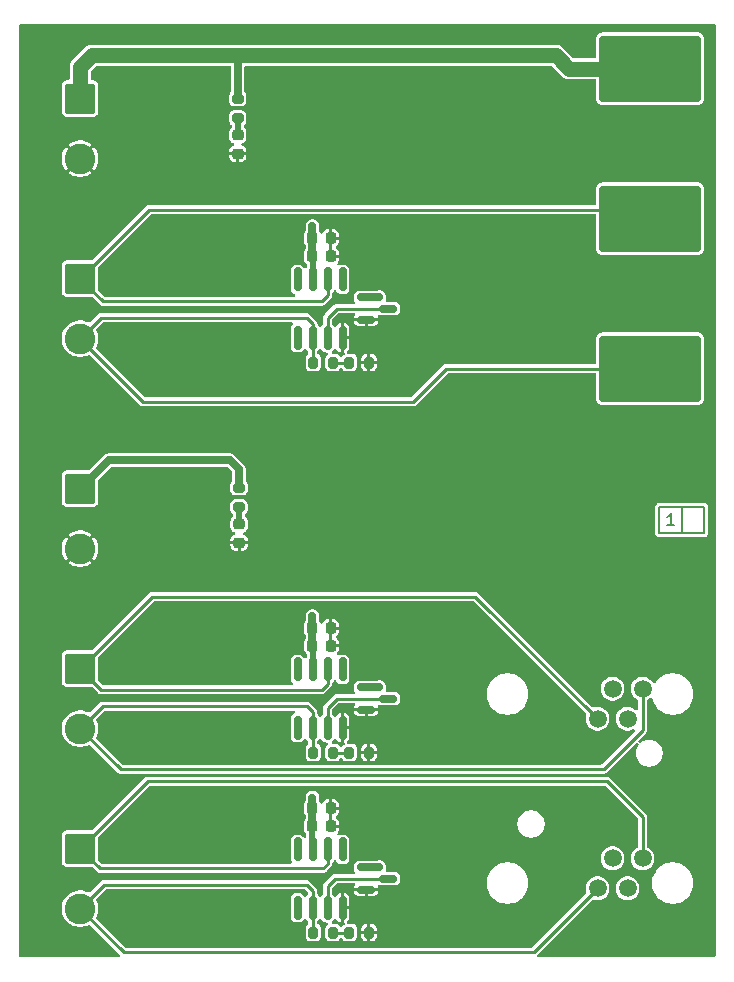
<source format=gbr>
G04 #@! TF.GenerationSoftware,KiCad,Pcbnew,9.0.3*
G04 #@! TF.CreationDate,2025-08-10T21:25:08+02:00*
G04 #@! TF.ProjectId,NJFET_MATCHING,4e4a4645-545f-44d4-9154-4348494e472e,rev?*
G04 #@! TF.SameCoordinates,Original*
G04 #@! TF.FileFunction,Copper,L1,Top*
G04 #@! TF.FilePolarity,Positive*
%FSLAX46Y46*%
G04 Gerber Fmt 4.6, Leading zero omitted, Abs format (unit mm)*
G04 Created by KiCad (PCBNEW 9.0.3) date 2025-08-10 21:25:08*
%MOMM*%
%LPD*%
G01*
G04 APERTURE LIST*
G04 Aperture macros list*
%AMRoundRect*
0 Rectangle with rounded corners*
0 $1 Rounding radius*
0 $2 $3 $4 $5 $6 $7 $8 $9 X,Y pos of 4 corners*
0 Add a 4 corners polygon primitive as box body*
4,1,4,$2,$3,$4,$5,$6,$7,$8,$9,$2,$3,0*
0 Add four circle primitives for the rounded corners*
1,1,$1+$1,$2,$3*
1,1,$1+$1,$4,$5*
1,1,$1+$1,$6,$7*
1,1,$1+$1,$8,$9*
0 Add four rect primitives between the rounded corners*
20,1,$1+$1,$2,$3,$4,$5,0*
20,1,$1+$1,$4,$5,$6,$7,0*
20,1,$1+$1,$6,$7,$8,$9,0*
20,1,$1+$1,$8,$9,$2,$3,0*%
G04 Aperture macros list end*
G04 #@! TA.AperFunction,NonConductor*
%ADD10C,0.200000*%
G04 #@! TD*
%ADD11C,0.200000*%
G04 #@! TA.AperFunction,ComponentPad*
%ADD12C,1.500000*%
G04 #@! TD*
G04 #@! TA.AperFunction,SMDPad,CuDef*
%ADD13RoundRect,0.200000X-0.200000X-0.275000X0.200000X-0.275000X0.200000X0.275000X-0.200000X0.275000X0*%
G04 #@! TD*
G04 #@! TA.AperFunction,SMDPad,CuDef*
%ADD14RoundRect,0.218750X0.256250X-0.218750X0.256250X0.218750X-0.256250X0.218750X-0.256250X-0.218750X0*%
G04 #@! TD*
G04 #@! TA.AperFunction,SMDPad,CuDef*
%ADD15RoundRect,0.150000X0.150000X-0.825000X0.150000X0.825000X-0.150000X0.825000X-0.150000X-0.825000X0*%
G04 #@! TD*
G04 #@! TA.AperFunction,ComponentPad*
%ADD16RoundRect,0.250000X-1.050000X1.050000X-1.050000X-1.050000X1.050000X-1.050000X1.050000X1.050000X0*%
G04 #@! TD*
G04 #@! TA.AperFunction,ComponentPad*
%ADD17C,2.600000*%
G04 #@! TD*
G04 #@! TA.AperFunction,SMDPad,CuDef*
%ADD18RoundRect,0.225000X-0.225000X-0.250000X0.225000X-0.250000X0.225000X0.250000X-0.225000X0.250000X0*%
G04 #@! TD*
G04 #@! TA.AperFunction,SMDPad,CuDef*
%ADD19RoundRect,0.200000X-0.275000X0.200000X-0.275000X-0.200000X0.275000X-0.200000X0.275000X0.200000X0*%
G04 #@! TD*
G04 #@! TA.AperFunction,SMDPad,CuDef*
%ADD20RoundRect,0.150000X-0.587500X-0.150000X0.587500X-0.150000X0.587500X0.150000X-0.587500X0.150000X0*%
G04 #@! TD*
G04 #@! TA.AperFunction,ComponentPad*
%ADD21RoundRect,0.250000X-4.050000X-2.550000X4.050000X-2.550000X4.050000X2.550000X-4.050000X2.550000X0*%
G04 #@! TD*
G04 #@! TA.AperFunction,ViaPad*
%ADD22C,0.650000*%
G04 #@! TD*
G04 #@! TA.AperFunction,Conductor*
%ADD23C,0.254000*%
G04 #@! TD*
G04 #@! TA.AperFunction,Conductor*
%ADD24C,1.270000*%
G04 #@! TD*
G04 #@! TA.AperFunction,Conductor*
%ADD25C,0.635000*%
G04 #@! TD*
G04 #@! TA.AperFunction,Conductor*
%ADD26C,0.508000*%
G04 #@! TD*
G04 APERTURE END LIST*
D10*
X174752000Y-101409500D02*
X176657000Y-101409500D01*
X176657000Y-103568500D01*
X174752000Y-103568500D01*
X174752000Y-101409500D01*
X176657000Y-101409500D02*
X178562000Y-101409500D01*
X178562000Y-103568500D01*
X176657000Y-103568500D01*
X176657000Y-101409500D01*
D11*
D10*
X176026482Y-102927719D02*
X175455054Y-102927719D01*
X175740768Y-102927719D02*
X175740768Y-101927719D01*
X175740768Y-101927719D02*
X175645530Y-102070576D01*
X175645530Y-102070576D02*
X175550292Y-102165814D01*
X175550292Y-102165814D02*
X175455054Y-102213433D01*
D12*
G04 #@! TO.P,U4,1*
G04 #@! TO.N,/SOURCE_1*
X173355000Y-116772000D03*
G04 #@! TO.P,U4,2*
G04 #@! TO.N,VCC*
X172085000Y-119312000D03*
G04 #@! TO.P,U4,3*
G04 #@! TO.N,unconnected-(U4-Pad3)*
X170815000Y-116772000D03*
G04 #@! TO.P,U4,4*
G04 #@! TO.N,/GATE_1*
X169545000Y-119312000D03*
G04 #@! TO.P,U4,5*
G04 #@! TO.N,/SOURCE_2*
X169545000Y-133672000D03*
G04 #@! TO.P,U4,6*
G04 #@! TO.N,VCC*
X170815000Y-131132000D03*
G04 #@! TO.P,U4,7*
G04 #@! TO.N,unconnected-(U4-Pad7)*
X172085000Y-133672000D03*
G04 #@! TO.P,U4,8*
G04 #@! TO.N,/GATE_2*
X173355000Y-131132000D03*
G04 #@! TD*
D13*
G04 #@! TO.P,R7,1*
G04 #@! TO.N,/SOURCE_2*
X145479000Y-137414000D03*
G04 #@! TO.P,R7,2*
G04 #@! TO.N,Net-(R7-Pad2)*
X147129000Y-137414000D03*
G04 #@! TD*
D14*
G04 #@! TO.P,D1,1,K*
G04 #@! TO.N,GND*
X139065000Y-71462500D03*
G04 #@! TO.P,D1,2,A*
G04 #@! TO.N,Net-(D1-A)*
X139065000Y-69887500D03*
G04 #@! TD*
D13*
G04 #@! TO.P,R3,1*
G04 #@! TO.N,Net-(J3-Pin_2)*
X145479000Y-89154000D03*
G04 #@! TO.P,R3,2*
G04 #@! TO.N,Net-(R3-Pad2)*
X147129000Y-89154000D03*
G04 #@! TD*
D15*
G04 #@! TO.P,U2,1,VOS*
G04 #@! TO.N,unconnected-(U2-VOS-Pad1)*
X144145000Y-120077000D03*
G04 #@! TO.P,U2,2,-*
G04 #@! TO.N,/SOURCE_1*
X145415000Y-120077000D03*
G04 #@! TO.P,U2,3,+*
G04 #@! TO.N,Net-(U2-+)*
X146685000Y-120077000D03*
G04 #@! TO.P,U2,4,V-*
G04 #@! TO.N,GND*
X147955000Y-120077000D03*
G04 #@! TO.P,U2,5,NC*
G04 #@! TO.N,unconnected-(U2-NC-Pad5)*
X147955000Y-115127000D03*
G04 #@! TO.P,U2,6*
G04 #@! TO.N,/GATE_1*
X146685000Y-115127000D03*
G04 #@! TO.P,U2,7,V+*
G04 #@! TO.N,VCC*
X145415000Y-115127000D03*
G04 #@! TO.P,U2,8,VOS*
G04 #@! TO.N,unconnected-(U2-VOS-Pad8)*
X144145000Y-115127000D03*
G04 #@! TD*
D16*
G04 #@! TO.P,J5,1,Pin_1*
G04 #@! TO.N,/GATE_2*
X125730000Y-130302000D03*
D17*
G04 #@! TO.P,J5,2,Pin_2*
G04 #@! TO.N,/SOURCE_2*
X125730000Y-135382000D03*
G04 #@! TD*
D16*
G04 #@! TO.P,J2,1,Pin_1*
G04 #@! TO.N,VCC*
X125730000Y-99822000D03*
D17*
G04 #@! TO.P,J2,2,Pin_2*
G04 #@! TO.N,GND*
X125730000Y-104902000D03*
G04 #@! TD*
D13*
G04 #@! TO.P,R8,1*
G04 #@! TO.N,Net-(R7-Pad2)*
X148527000Y-137414000D03*
G04 #@! TO.P,R8,2*
G04 #@! TO.N,GND*
X150177000Y-137414000D03*
G04 #@! TD*
D18*
G04 #@! TO.P,C2,1*
G04 #@! TO.N,VCC*
X145402000Y-111633000D03*
G04 #@! TO.P,C2,2*
G04 #@! TO.N,GND*
X146952000Y-111633000D03*
G04 #@! TD*
D13*
G04 #@! TO.P,R6,1*
G04 #@! TO.N,Net-(R5-Pad2)*
X148527000Y-122174000D03*
G04 #@! TO.P,R6,2*
G04 #@! TO.N,GND*
X150177000Y-122174000D03*
G04 #@! TD*
D19*
G04 #@! TO.P,R2,1*
G04 #@! TO.N,VCC*
X139192000Y-99740250D03*
G04 #@! TO.P,R2,2*
G04 #@! TO.N,Net-(D2-A)*
X139192000Y-101390250D03*
G04 #@! TD*
D20*
G04 #@! TO.P,RN1,1*
G04 #@! TO.N,VDD*
X149938500Y-83632000D03*
G04 #@! TO.P,RN1,2*
G04 #@! TO.N,GND*
X149938500Y-85532000D03*
G04 #@! TO.P,RN1,3*
G04 #@! TO.N,Net-(U1-+)*
X151813500Y-84582000D03*
G04 #@! TD*
G04 #@! TO.P,RN2,1*
G04 #@! TO.N,VCC*
X149938500Y-116652000D03*
G04 #@! TO.P,RN2,2*
G04 #@! TO.N,GND*
X149938500Y-118552000D03*
G04 #@! TO.P,RN2,3*
G04 #@! TO.N,Net-(U2-+)*
X151813500Y-117602000D03*
G04 #@! TD*
D15*
G04 #@! TO.P,U3,1,VOS*
G04 #@! TO.N,unconnected-(U3-VOS-Pad1)*
X144145000Y-135317000D03*
G04 #@! TO.P,U3,2,-*
G04 #@! TO.N,/SOURCE_2*
X145415000Y-135317000D03*
G04 #@! TO.P,U3,3,+*
G04 #@! TO.N,Net-(U3-+)*
X146685000Y-135317000D03*
G04 #@! TO.P,U3,4,V-*
G04 #@! TO.N,GND*
X147955000Y-135317000D03*
G04 #@! TO.P,U3,5,NC*
G04 #@! TO.N,unconnected-(U3-NC-Pad5)*
X147955000Y-130367000D03*
G04 #@! TO.P,U3,6*
G04 #@! TO.N,/GATE_2*
X146685000Y-130367000D03*
G04 #@! TO.P,U3,7,V+*
G04 #@! TO.N,VCC*
X145415000Y-130367000D03*
G04 #@! TO.P,U3,8,VOS*
G04 #@! TO.N,unconnected-(U3-VOS-Pad8)*
X144145000Y-130367000D03*
G04 #@! TD*
D18*
G04 #@! TO.P,C3,1*
G04 #@! TO.N,VDD*
X145402000Y-80137000D03*
G04 #@! TO.P,C3,2*
G04 #@! TO.N,GND*
X146952000Y-80137000D03*
G04 #@! TD*
G04 #@! TO.P,C1,1*
G04 #@! TO.N,VDD*
X145402000Y-78613000D03*
G04 #@! TO.P,C1,2*
G04 #@! TO.N,GND*
X146952000Y-78613000D03*
G04 #@! TD*
G04 #@! TO.P,C5,1*
G04 #@! TO.N,VCC*
X145402000Y-126873000D03*
G04 #@! TO.P,C5,2*
G04 #@! TO.N,GND*
X146952000Y-126873000D03*
G04 #@! TD*
D21*
G04 #@! TO.P,Q1,1,D*
G04 #@! TO.N,VDD*
X173990000Y-64262000D03*
G04 #@! TO.P,Q1,2,G*
G04 #@! TO.N,Net-(J3-Pin_1)*
X173990000Y-76962000D03*
G04 #@! TO.P,Q1,3,S*
G04 #@! TO.N,Net-(J3-Pin_2)*
X173990000Y-89662000D03*
G04 #@! TD*
D20*
G04 #@! TO.P,RN3,1*
G04 #@! TO.N,VCC*
X149938500Y-131892000D03*
G04 #@! TO.P,RN3,2*
G04 #@! TO.N,GND*
X149938500Y-133792000D03*
G04 #@! TO.P,RN3,3*
G04 #@! TO.N,Net-(U3-+)*
X151813500Y-132842000D03*
G04 #@! TD*
D16*
G04 #@! TO.P,J4,1,Pin_1*
G04 #@! TO.N,/GATE_1*
X125730000Y-115062000D03*
D17*
G04 #@! TO.P,J4,2,Pin_2*
G04 #@! TO.N,/SOURCE_1*
X125730000Y-120142000D03*
G04 #@! TD*
D16*
G04 #@! TO.P,J1,1,Pin_1*
G04 #@! TO.N,VDD*
X125730000Y-66802000D03*
D17*
G04 #@! TO.P,J1,2,Pin_2*
G04 #@! TO.N,GND*
X125730000Y-71882000D03*
G04 #@! TD*
D15*
G04 #@! TO.P,U1,1,VOS*
G04 #@! TO.N,unconnected-(U1-VOS-Pad1)*
X144145000Y-87057000D03*
G04 #@! TO.P,U1,2,-*
G04 #@! TO.N,Net-(J3-Pin_2)*
X145415000Y-87057000D03*
G04 #@! TO.P,U1,3,+*
G04 #@! TO.N,Net-(U1-+)*
X146685000Y-87057000D03*
G04 #@! TO.P,U1,4,V-*
G04 #@! TO.N,GND*
X147955000Y-87057000D03*
G04 #@! TO.P,U1,5,NC*
G04 #@! TO.N,unconnected-(U1-NC-Pad5)*
X147955000Y-82107000D03*
G04 #@! TO.P,U1,6*
G04 #@! TO.N,Net-(J3-Pin_1)*
X146685000Y-82107000D03*
G04 #@! TO.P,U1,7,V+*
G04 #@! TO.N,VDD*
X145415000Y-82107000D03*
G04 #@! TO.P,U1,8,VOS*
G04 #@! TO.N,unconnected-(U1-VOS-Pad8)*
X144145000Y-82107000D03*
G04 #@! TD*
D19*
G04 #@! TO.P,R1,1*
G04 #@! TO.N,VDD*
X139065000Y-66802000D03*
G04 #@! TO.P,R1,2*
G04 #@! TO.N,Net-(D1-A)*
X139065000Y-68452000D03*
G04 #@! TD*
D16*
G04 #@! TO.P,J3,1,Pin_1*
G04 #@! TO.N,Net-(J3-Pin_1)*
X125730000Y-82042000D03*
D17*
G04 #@! TO.P,J3,2,Pin_2*
G04 #@! TO.N,Net-(J3-Pin_2)*
X125730000Y-87122000D03*
G04 #@! TD*
D18*
G04 #@! TO.P,C6,1*
G04 #@! TO.N,VCC*
X145402000Y-128397000D03*
G04 #@! TO.P,C6,2*
G04 #@! TO.N,GND*
X146952000Y-128397000D03*
G04 #@! TD*
D13*
G04 #@! TO.P,R4,1*
G04 #@! TO.N,Net-(R3-Pad2)*
X148527000Y-89154000D03*
G04 #@! TO.P,R4,2*
G04 #@! TO.N,GND*
X150177000Y-89154000D03*
G04 #@! TD*
G04 #@! TO.P,R5,1*
G04 #@! TO.N,/SOURCE_1*
X145479000Y-122174000D03*
G04 #@! TO.P,R5,2*
G04 #@! TO.N,Net-(R5-Pad2)*
X147129000Y-122174000D03*
G04 #@! TD*
D18*
G04 #@! TO.P,C4,1*
G04 #@! TO.N,VCC*
X145402000Y-113127000D03*
G04 #@! TO.P,C4,2*
G04 #@! TO.N,GND*
X146952000Y-113127000D03*
G04 #@! TD*
D14*
G04 #@! TO.P,D2,1,K*
G04 #@! TO.N,GND*
X139192000Y-104400750D03*
G04 #@! TO.P,D2,2,A*
G04 #@! TO.N,Net-(D2-A)*
X139192000Y-102825750D03*
G04 #@! TD*
D22*
G04 #@! TO.N,VDD*
X145402000Y-77610000D03*
X151064000Y-83632000D03*
G04 #@! TO.N,GND*
X148082000Y-126873000D03*
X149098000Y-87122000D03*
X149606000Y-128397000D03*
X150241000Y-87122000D03*
X148082000Y-128397000D03*
X149606000Y-80137000D03*
X149098000Y-135382000D03*
X149606000Y-126873000D03*
X148082000Y-111633000D03*
X149606000Y-113157000D03*
X148209000Y-78613000D03*
X148082000Y-113157000D03*
X149606000Y-111633000D03*
X149606000Y-78613000D03*
X150241000Y-135382000D03*
X151384000Y-133858000D03*
X151384000Y-85598000D03*
X148209000Y-80137000D03*
G04 #@! TO.N,VCC*
X151064000Y-116652000D03*
X151069000Y-131892000D03*
X145402000Y-110630000D03*
X145402000Y-125997000D03*
G04 #@! TD*
D23*
G04 #@! TO.N,/GATE_1*
X169545000Y-119312000D02*
X159199000Y-108966000D01*
X159199000Y-108966000D02*
X131826000Y-108966000D01*
X131826000Y-108966000D02*
X125730000Y-115062000D01*
D24*
G04 #@! TO.N,VDD*
X165989000Y-63119000D02*
X139192000Y-63119000D01*
X126746000Y-63119000D02*
X125730000Y-64135000D01*
D25*
X145415000Y-80150000D02*
X145402000Y-80137000D01*
D24*
X125730000Y-64135000D02*
X125730000Y-66802000D01*
D25*
X139065000Y-63246000D02*
X139192000Y-63119000D01*
D24*
X173990000Y-64262000D02*
X167132000Y-64262000D01*
D26*
X145415000Y-82107000D02*
X145415000Y-80150000D01*
D24*
X139192000Y-63119000D02*
X126746000Y-63119000D01*
D25*
X151064000Y-83632000D02*
X149938500Y-83632000D01*
D24*
X167132000Y-64262000D02*
X165989000Y-63119000D01*
D25*
X145402000Y-80137000D02*
X145402000Y-78613000D01*
X145402000Y-77610000D02*
X145402000Y-78613000D01*
X139065000Y-66802000D02*
X139065000Y-63246000D01*
G04 #@! TO.N,VCC*
X145415000Y-113140000D02*
X145402000Y-113127000D01*
D26*
X145415000Y-115127000D02*
X145415000Y-113140000D01*
X145402000Y-130354000D02*
X145415000Y-130367000D01*
X145402000Y-128397000D02*
X145402000Y-130354000D01*
D25*
X151069000Y-131892000D02*
X149938500Y-131892000D01*
X151064000Y-116652000D02*
X149938500Y-116652000D01*
X145402000Y-125997000D02*
X145402000Y-126873000D01*
X125730000Y-99822000D02*
X128143000Y-97409000D01*
X138430000Y-97409000D02*
X139192000Y-98171000D01*
X139192000Y-98171000D02*
X139192000Y-99740250D01*
X145402000Y-128397000D02*
X145402000Y-126873000D01*
X145402000Y-113127000D02*
X145402000Y-111633000D01*
D26*
X139191000Y-99739250D02*
X139192000Y-99740250D01*
D25*
X145402000Y-110630000D02*
X145402000Y-111633000D01*
X128143000Y-97409000D02*
X138430000Y-97409000D01*
D26*
G04 #@! TO.N,Net-(D1-A)*
X139065000Y-68452000D02*
X139065000Y-69887500D01*
G04 #@! TO.N,Net-(D2-A)*
X139192000Y-101390250D02*
X139192000Y-102825750D01*
D23*
G04 #@! TO.N,/GATE_1*
X146177000Y-116840000D02*
X127508000Y-116840000D01*
X146685000Y-115127000D02*
X146685000Y-116332000D01*
X146685000Y-116332000D02*
X146177000Y-116840000D01*
X127508000Y-116840000D02*
X125730000Y-115062000D01*
G04 #@! TO.N,/SOURCE_1*
X145415000Y-118745000D02*
X144907000Y-118237000D01*
X127635000Y-118237000D02*
X125730000Y-120142000D01*
X129159000Y-123571000D02*
X125730000Y-120142000D01*
X145415000Y-122110000D02*
X145479000Y-122174000D01*
X145415000Y-120077000D02*
X145415000Y-122110000D01*
X173355000Y-120269000D02*
X170053000Y-123571000D01*
X173355000Y-116772000D02*
X173355000Y-120269000D01*
X144907000Y-118237000D02*
X127635000Y-118237000D01*
X145415000Y-120077000D02*
X145415000Y-118745000D01*
X170053000Y-123571000D02*
X129159000Y-123571000D01*
G04 #@! TO.N,/GATE_2*
X146685000Y-131572000D02*
X146304000Y-131953000D01*
X170307000Y-124587000D02*
X131445000Y-124587000D01*
X173355000Y-131132000D02*
X173355000Y-127635000D01*
X127381000Y-131953000D02*
X125730000Y-130302000D01*
X146685000Y-130367000D02*
X146685000Y-131572000D01*
X131445000Y-124587000D02*
X125730000Y-130302000D01*
X146304000Y-131953000D02*
X127381000Y-131953000D01*
X173355000Y-127635000D02*
X170307000Y-124587000D01*
G04 #@! TO.N,Net-(R3-Pad2)*
X147129000Y-89154000D02*
X148527000Y-89154000D01*
G04 #@! TO.N,Net-(U1-+)*
X147447000Y-84582000D02*
X151813500Y-84582000D01*
X146685000Y-85344000D02*
X147447000Y-84582000D01*
X146685000Y-87057000D02*
X146685000Y-85344000D01*
G04 #@! TO.N,Net-(U2-+)*
X147447000Y-117602000D02*
X151813500Y-117602000D01*
X146685000Y-120077000D02*
X146685000Y-118364000D01*
X146685000Y-118364000D02*
X147447000Y-117602000D01*
G04 #@! TO.N,/SOURCE_2*
X145415000Y-137350000D02*
X145479000Y-137414000D01*
X145415000Y-133858000D02*
X144907000Y-133350000D01*
X127762000Y-133350000D02*
X125730000Y-135382000D01*
X145415000Y-135317000D02*
X145415000Y-133858000D01*
X145415000Y-135317000D02*
X145415000Y-137350000D01*
X164152000Y-139065000D02*
X129413000Y-139065000D01*
X144907000Y-133350000D02*
X127762000Y-133350000D01*
X129413000Y-139065000D02*
X125730000Y-135382000D01*
X169545000Y-133672000D02*
X164152000Y-139065000D01*
G04 #@! TO.N,Net-(U3-+)*
X146685000Y-133477000D02*
X147320000Y-132842000D01*
X147320000Y-132842000D02*
X151813500Y-132842000D01*
X146685000Y-135317000D02*
X146685000Y-133477000D01*
G04 #@! TO.N,Net-(J3-Pin_1)*
X173990000Y-76962000D02*
X173228000Y-76200000D01*
X146685000Y-82107000D02*
X146685000Y-83439000D01*
X131572000Y-76200000D02*
X125730000Y-82042000D01*
X127635000Y-83947000D02*
X125730000Y-82042000D01*
X146177000Y-83947000D02*
X127635000Y-83947000D01*
X146685000Y-83439000D02*
X146177000Y-83947000D01*
X173228000Y-76200000D02*
X131572000Y-76200000D01*
G04 #@! TO.N,Net-(J3-Pin_2)*
X145415000Y-85852000D02*
X144907000Y-85344000D01*
X156718000Y-89662000D02*
X153918000Y-92462000D01*
X173990000Y-89662000D02*
X156718000Y-89662000D01*
X145415000Y-87057000D02*
X145415000Y-85852000D01*
X145415000Y-87057000D02*
X145415000Y-89090000D01*
X144907000Y-85344000D02*
X127508000Y-85344000D01*
X153918000Y-92462000D02*
X131070000Y-92462000D01*
X127508000Y-85344000D02*
X125730000Y-87122000D01*
X145415000Y-89090000D02*
X145479000Y-89154000D01*
X131070000Y-92462000D02*
X125730000Y-87122000D01*
G04 #@! TO.N,Net-(R5-Pad2)*
X147129000Y-122174000D02*
X148527000Y-122174000D01*
G04 #@! TO.N,Net-(R7-Pad2)*
X147129000Y-137414000D02*
X148527000Y-137414000D01*
G04 #@! TD*
G04 #@! TA.AperFunction,Conductor*
G04 #@! TO.N,GND*
G36*
X179483621Y-60530502D02*
G01*
X179530114Y-60584158D01*
X179541500Y-60636500D01*
X179541500Y-139367500D01*
X179521498Y-139435621D01*
X179467842Y-139482114D01*
X179415500Y-139493500D01*
X164567213Y-139493500D01*
X164499092Y-139473498D01*
X164452599Y-139419842D01*
X164442495Y-139349568D01*
X164471989Y-139284988D01*
X164478118Y-139278405D01*
X165616400Y-138140123D01*
X169098159Y-134658362D01*
X169160469Y-134624339D01*
X169231284Y-134629403D01*
X169235428Y-134631033D01*
X169251998Y-134637897D01*
X169446065Y-134676500D01*
X169643935Y-134676500D01*
X169838002Y-134637897D01*
X170020809Y-134562176D01*
X170185331Y-134452246D01*
X170325246Y-134312331D01*
X170435176Y-134147809D01*
X170510897Y-133965002D01*
X170549500Y-133770935D01*
X170549500Y-133573065D01*
X170549499Y-133573061D01*
X171080500Y-133573061D01*
X171080500Y-133770938D01*
X171119103Y-133965002D01*
X171119104Y-133965005D01*
X171161932Y-134068400D01*
X171194824Y-134147809D01*
X171304754Y-134312331D01*
X171444669Y-134452246D01*
X171609191Y-134562176D01*
X171791998Y-134637897D01*
X171986065Y-134676500D01*
X172183935Y-134676500D01*
X172378002Y-134637897D01*
X172560809Y-134562176D01*
X172725331Y-134452246D01*
X172865246Y-134312331D01*
X172975176Y-134147809D01*
X173050897Y-133965002D01*
X173089500Y-133770935D01*
X173089500Y-133573065D01*
X173050897Y-133378998D01*
X172975176Y-133196191D01*
X172915756Y-133107263D01*
X174159500Y-133107263D01*
X174159500Y-133336736D01*
X174189450Y-133564231D01*
X174189452Y-133564238D01*
X174248842Y-133785887D01*
X174336656Y-133997888D01*
X174336657Y-133997889D01*
X174336662Y-133997900D01*
X174451386Y-134196608D01*
X174451391Y-134196615D01*
X174591073Y-134378652D01*
X174591092Y-134378673D01*
X174753326Y-134540907D01*
X174753347Y-134540926D01*
X174935384Y-134680608D01*
X174935391Y-134680613D01*
X175134099Y-134795337D01*
X175134103Y-134795338D01*
X175134112Y-134795344D01*
X175346113Y-134883158D01*
X175567762Y-134942548D01*
X175567766Y-134942548D01*
X175567768Y-134942549D01*
X175626398Y-134950267D01*
X175795266Y-134972500D01*
X175795273Y-134972500D01*
X176024727Y-134972500D01*
X176024734Y-134972500D01*
X176230345Y-134945430D01*
X176252231Y-134942549D01*
X176252231Y-134942548D01*
X176252238Y-134942548D01*
X176473887Y-134883158D01*
X176685888Y-134795344D01*
X176884612Y-134680611D01*
X177066661Y-134540919D01*
X177228919Y-134378661D01*
X177238759Y-134365838D01*
X177263884Y-134333094D01*
X177368611Y-134196612D01*
X177483344Y-133997888D01*
X177571158Y-133785887D01*
X177630548Y-133564238D01*
X177660500Y-133336734D01*
X177660500Y-133107266D01*
X177632127Y-132891754D01*
X177630549Y-132879768D01*
X177630548Y-132879766D01*
X177630548Y-132879762D01*
X177571158Y-132658113D01*
X177483344Y-132446112D01*
X177483338Y-132446103D01*
X177483337Y-132446099D01*
X177368613Y-132247391D01*
X177368608Y-132247384D01*
X177228926Y-132065347D01*
X177228907Y-132065326D01*
X177066673Y-131903092D01*
X177066652Y-131903073D01*
X176884615Y-131763391D01*
X176884608Y-131763386D01*
X176685900Y-131648662D01*
X176685892Y-131648658D01*
X176685888Y-131648656D01*
X176473887Y-131560842D01*
X176308843Y-131516619D01*
X176252231Y-131501450D01*
X176024736Y-131471500D01*
X176024734Y-131471500D01*
X175795266Y-131471500D01*
X175795263Y-131471500D01*
X175567768Y-131501450D01*
X175346113Y-131560842D01*
X175134110Y-131648657D01*
X175134099Y-131648662D01*
X174935391Y-131763386D01*
X174935384Y-131763391D01*
X174753347Y-131903073D01*
X174753326Y-131903092D01*
X174591092Y-132065326D01*
X174591073Y-132065347D01*
X174451391Y-132247384D01*
X174451386Y-132247391D01*
X174336662Y-132446099D01*
X174336657Y-132446110D01*
X174336656Y-132446112D01*
X174287226Y-132565446D01*
X174248842Y-132658113D01*
X174189450Y-132879768D01*
X174159500Y-133107263D01*
X172915756Y-133107263D01*
X172865246Y-133031669D01*
X172725331Y-132891754D01*
X172560809Y-132781824D01*
X172378005Y-132706104D01*
X172378002Y-132706103D01*
X172183938Y-132667500D01*
X172183935Y-132667500D01*
X171986065Y-132667500D01*
X171986061Y-132667500D01*
X171791997Y-132706103D01*
X171791994Y-132706104D01*
X171609190Y-132781824D01*
X171444673Y-132891751D01*
X171444666Y-132891756D01*
X171304756Y-133031666D01*
X171304751Y-133031673D01*
X171194824Y-133196190D01*
X171119104Y-133378994D01*
X171119103Y-133378997D01*
X171080500Y-133573061D01*
X170549499Y-133573061D01*
X170510897Y-133378998D01*
X170435176Y-133196191D01*
X170325246Y-133031669D01*
X170185331Y-132891754D01*
X170020809Y-132781824D01*
X169838005Y-132706104D01*
X169838002Y-132706103D01*
X169643938Y-132667500D01*
X169643935Y-132667500D01*
X169446065Y-132667500D01*
X169446061Y-132667500D01*
X169251997Y-132706103D01*
X169251994Y-132706104D01*
X169069190Y-132781824D01*
X168904673Y-132891751D01*
X168904666Y-132891756D01*
X168764756Y-133031666D01*
X168764751Y-133031673D01*
X168654824Y-133196190D01*
X168579104Y-133378994D01*
X168579103Y-133378997D01*
X168540500Y-133573061D01*
X168540500Y-133770938D01*
X168579103Y-133965002D01*
X168579105Y-133965009D01*
X168585948Y-133981529D01*
X168593537Y-134052119D01*
X168561757Y-134115605D01*
X168558634Y-134118841D01*
X164030882Y-138646595D01*
X163968570Y-138680620D01*
X163941787Y-138683500D01*
X129623212Y-138683500D01*
X129555091Y-138663498D01*
X129534117Y-138646595D01*
X127132607Y-136245084D01*
X127098581Y-136182772D01*
X127103646Y-136111956D01*
X127109435Y-136098786D01*
X127170612Y-135978721D01*
X127246223Y-135746013D01*
X127284500Y-135504342D01*
X127284500Y-135259658D01*
X127246223Y-135017987D01*
X127170612Y-134785279D01*
X127109434Y-134665212D01*
X127096331Y-134595436D01*
X127123031Y-134529651D01*
X127132598Y-134518923D01*
X127883119Y-133768404D01*
X127945431Y-133734379D01*
X127972214Y-133731500D01*
X144696786Y-133731500D01*
X144764907Y-133751502D01*
X144785881Y-133768404D01*
X144996595Y-133979117D01*
X145011540Y-134006487D01*
X145028396Y-134032715D01*
X145029301Y-134039014D01*
X145030620Y-134041429D01*
X145033500Y-134068213D01*
X145033500Y-134099260D01*
X145013498Y-134167381D01*
X144996595Y-134188355D01*
X144933675Y-134251274D01*
X144933673Y-134251277D01*
X144892267Y-134332542D01*
X144843518Y-134384157D01*
X144774604Y-134401223D01*
X144707402Y-134378322D01*
X144667733Y-134332542D01*
X144626326Y-134251277D01*
X144626324Y-134251274D01*
X144535723Y-134160673D01*
X144421553Y-134102501D01*
X144356836Y-134092251D01*
X144326834Y-134087500D01*
X143963166Y-134087500D01*
X143937266Y-134091602D01*
X143868446Y-134102501D01*
X143754276Y-134160673D01*
X143663673Y-134251276D01*
X143605501Y-134365446D01*
X143602130Y-134386734D01*
X143590500Y-134460166D01*
X143590500Y-136173834D01*
X143591916Y-136182772D01*
X143605501Y-136268553D01*
X143663673Y-136382723D01*
X143754276Y-136473326D01*
X143777651Y-136485236D01*
X143868445Y-136531498D01*
X143963166Y-136546500D01*
X143963168Y-136546500D01*
X144326832Y-136546500D01*
X144326834Y-136546500D01*
X144421555Y-136531498D01*
X144535723Y-136473326D01*
X144626326Y-136382723D01*
X144667733Y-136301455D01*
X144716481Y-136249842D01*
X144785396Y-136232776D01*
X144852598Y-136255677D01*
X144882054Y-136284762D01*
X144887810Y-136292712D01*
X144933674Y-136382723D01*
X145003677Y-136452726D01*
X145009554Y-136460842D01*
X145018214Y-136485236D01*
X145030621Y-136507957D01*
X145032506Y-136525495D01*
X145033306Y-136527748D01*
X145032923Y-136529379D01*
X145033500Y-136534740D01*
X145033500Y-136691700D01*
X145013498Y-136759821D01*
X144982324Y-136793078D01*
X144953988Y-136813991D01*
X144872631Y-136924225D01*
X144872628Y-136924232D01*
X144827379Y-137053545D01*
X144824500Y-137084248D01*
X144824500Y-137743740D01*
X144824501Y-137743755D01*
X144827379Y-137774452D01*
X144827380Y-137774455D01*
X144872628Y-137903767D01*
X144872631Y-137903774D01*
X144953989Y-138014010D01*
X145064225Y-138095368D01*
X145064232Y-138095371D01*
X145193546Y-138140620D01*
X145193549Y-138140621D01*
X145224251Y-138143500D01*
X145733748Y-138143499D01*
X145764451Y-138140621D01*
X145893773Y-138095369D01*
X146004010Y-138014010D01*
X146085369Y-137903773D01*
X146130621Y-137774451D01*
X146133500Y-137743749D01*
X146133499Y-137084252D01*
X146130621Y-137053549D01*
X146086427Y-136927251D01*
X146085371Y-136924232D01*
X146085368Y-136924225D01*
X146004010Y-136813989D01*
X145893776Y-136732633D01*
X145893775Y-136732632D01*
X145893773Y-136732631D01*
X145880882Y-136728120D01*
X145861586Y-136714279D01*
X145839988Y-136704416D01*
X145833278Y-136693976D01*
X145823191Y-136686741D01*
X145814439Y-136664662D01*
X145801604Y-136644690D01*
X145798803Y-136625215D01*
X145797030Y-136620740D01*
X145796500Y-136609192D01*
X145796500Y-136534740D01*
X145816502Y-136466619D01*
X145833405Y-136445645D01*
X145896324Y-136382725D01*
X145896326Y-136382723D01*
X145937733Y-136301457D01*
X145986481Y-136249842D01*
X146055396Y-136232776D01*
X146122598Y-136255677D01*
X146162267Y-136301457D01*
X146203673Y-136382723D01*
X146294276Y-136473326D01*
X146317651Y-136485236D01*
X146408445Y-136531498D01*
X146503166Y-136546500D01*
X146503168Y-136546500D01*
X146583517Y-136546500D01*
X146651638Y-136566502D01*
X146698131Y-136620158D01*
X146708235Y-136690432D01*
X146678741Y-136755012D01*
X146658338Y-136773879D01*
X146603989Y-136813989D01*
X146522631Y-136924225D01*
X146522628Y-136924232D01*
X146477379Y-137053545D01*
X146474500Y-137084248D01*
X146474500Y-137743740D01*
X146474501Y-137743755D01*
X146477379Y-137774452D01*
X146477380Y-137774455D01*
X146522628Y-137903767D01*
X146522631Y-137903774D01*
X146603989Y-138014010D01*
X146714225Y-138095368D01*
X146714232Y-138095371D01*
X146843546Y-138140620D01*
X146843549Y-138140621D01*
X146874251Y-138143500D01*
X147383748Y-138143499D01*
X147414451Y-138140621D01*
X147543773Y-138095369D01*
X147654010Y-138014010D01*
X147726621Y-137915625D01*
X147783166Y-137872694D01*
X147853945Y-137867147D01*
X147916487Y-137900748D01*
X147929379Y-137915626D01*
X148001989Y-138014010D01*
X148112225Y-138095368D01*
X148112232Y-138095371D01*
X148241546Y-138140620D01*
X148241549Y-138140621D01*
X148272251Y-138143500D01*
X148781748Y-138143499D01*
X148812451Y-138140621D01*
X148941773Y-138095369D01*
X149052010Y-138014010D01*
X149133369Y-137903773D01*
X149178621Y-137774451D01*
X149181500Y-137743749D01*
X149181500Y-137743688D01*
X149523000Y-137743688D01*
X149525876Y-137774360D01*
X149571076Y-137903534D01*
X149652347Y-138013652D01*
X149762465Y-138094923D01*
X149891640Y-138140123D01*
X149891638Y-138140123D01*
X149922311Y-138142999D01*
X149922317Y-138143000D01*
X150050000Y-138143000D01*
X150304000Y-138143000D01*
X150431683Y-138143000D01*
X150431688Y-138142999D01*
X150462360Y-138140123D01*
X150591534Y-138094923D01*
X150701652Y-138013652D01*
X150782923Y-137903534D01*
X150828123Y-137774360D01*
X150830999Y-137743688D01*
X150831000Y-137743682D01*
X150831000Y-137541000D01*
X150304000Y-137541000D01*
X150304000Y-138143000D01*
X150050000Y-138143000D01*
X150050000Y-137541000D01*
X149523000Y-137541000D01*
X149523000Y-137743688D01*
X149181500Y-137743688D01*
X149181499Y-137287000D01*
X149181499Y-137084311D01*
X149523000Y-137084311D01*
X149523000Y-137287000D01*
X150050000Y-137287000D01*
X150304000Y-137287000D01*
X150831000Y-137287000D01*
X150831000Y-137084317D01*
X150830999Y-137084311D01*
X150828123Y-137053639D01*
X150782923Y-136924465D01*
X150701652Y-136814347D01*
X150591534Y-136733076D01*
X150462359Y-136687876D01*
X150462361Y-136687876D01*
X150431688Y-136685000D01*
X150304000Y-136685000D01*
X150304000Y-137287000D01*
X150050000Y-137287000D01*
X150050000Y-136685000D01*
X149922311Y-136685000D01*
X149891639Y-136687876D01*
X149762465Y-136733076D01*
X149652347Y-136814347D01*
X149571076Y-136924465D01*
X149525876Y-137053639D01*
X149523000Y-137084311D01*
X149181499Y-137084311D01*
X149181499Y-137084259D01*
X149181498Y-137084251D01*
X149178621Y-137053549D01*
X149134427Y-136927251D01*
X149133371Y-136924232D01*
X149133368Y-136924225D01*
X149052010Y-136813989D01*
X148941774Y-136732631D01*
X148941767Y-136732628D01*
X148812453Y-136687379D01*
X148812455Y-136687379D01*
X148781751Y-136684500D01*
X148438031Y-136684500D01*
X148369910Y-136664498D01*
X148323417Y-136610842D01*
X148313313Y-136540568D01*
X148342807Y-136475988D01*
X148348936Y-136469404D01*
X148435917Y-136382423D01*
X148494015Y-136268400D01*
X148509000Y-136173791D01*
X148509000Y-135444000D01*
X148082000Y-135444000D01*
X148082000Y-136546000D01*
X148098685Y-136562685D01*
X148132711Y-136624997D01*
X148127646Y-136695812D01*
X148085099Y-136752648D01*
X148084412Y-136753159D01*
X148001990Y-136813989D01*
X147929379Y-136912374D01*
X147872834Y-136955306D01*
X147802054Y-136960852D01*
X147739512Y-136927251D01*
X147726621Y-136912374D01*
X147716177Y-136898223D01*
X147654010Y-136813990D01*
X147599662Y-136773879D01*
X147583982Y-136762306D01*
X147583979Y-136762304D01*
X147543773Y-136732631D01*
X147466649Y-136705644D01*
X147466643Y-136705641D01*
X147414453Y-136687379D01*
X147414455Y-136687379D01*
X147383751Y-136684500D01*
X147168739Y-136684500D01*
X147155314Y-136680558D01*
X147141356Y-136681488D01*
X147121923Y-136670753D01*
X147100618Y-136664498D01*
X147091455Y-136653924D01*
X147079210Y-136647160D01*
X147068664Y-136627621D01*
X147054125Y-136610842D01*
X147052134Y-136596994D01*
X147045489Y-136584683D01*
X147047180Y-136562544D01*
X147044021Y-136540568D01*
X147049946Y-136526362D01*
X147050899Y-136513892D01*
X147062882Y-136495345D01*
X147068240Y-136482500D01*
X147074835Y-136473778D01*
X147075723Y-136473326D01*
X147166326Y-136382723D01*
X147213070Y-136290982D01*
X147219781Y-136282109D01*
X147239719Y-136267334D01*
X147256760Y-136249291D01*
X147267738Y-136246572D01*
X147276824Y-136239840D01*
X147301585Y-136238190D01*
X147325675Y-136232225D01*
X147336379Y-136235872D01*
X147347663Y-136235121D01*
X147369385Y-136247119D01*
X147392877Y-136255125D01*
X147401139Y-136264660D01*
X147409809Y-136269449D01*
X147417274Y-136283280D01*
X147432547Y-136300906D01*
X147474082Y-136382423D01*
X147474084Y-136382426D01*
X147564573Y-136472915D01*
X147564575Y-136472916D01*
X147571018Y-136476199D01*
X147687418Y-136532412D01*
X147773193Y-136545998D01*
X147773212Y-136545999D01*
X147828000Y-136545998D01*
X147828000Y-135190000D01*
X148082000Y-135190000D01*
X148508999Y-135190000D01*
X148508999Y-134460207D01*
X148494016Y-134365602D01*
X148435917Y-134251575D01*
X148345424Y-134161082D01*
X148231400Y-134102984D01*
X148136792Y-134088000D01*
X148082000Y-134088000D01*
X148082000Y-135190000D01*
X147828000Y-135190000D01*
X147828000Y-134088000D01*
X147827999Y-134087999D01*
X147773207Y-134088000D01*
X147678602Y-134102983D01*
X147564575Y-134161082D01*
X147474084Y-134251573D01*
X147474080Y-134251578D01*
X147432546Y-134333094D01*
X147383798Y-134384709D01*
X147314883Y-134401774D01*
X147247681Y-134378873D01*
X147218193Y-134349743D01*
X147212458Y-134341815D01*
X147166326Y-134251277D01*
X147096301Y-134181252D01*
X147090413Y-134173113D01*
X147081772Y-134148738D01*
X147069379Y-134126043D01*
X147067487Y-134108442D01*
X147066691Y-134106197D01*
X147067071Y-134104576D01*
X147066500Y-134099260D01*
X147066500Y-133973792D01*
X148947001Y-133973792D01*
X148961983Y-134068397D01*
X149020082Y-134182424D01*
X149110575Y-134272917D01*
X149224599Y-134331015D01*
X149319208Y-134345999D01*
X149811500Y-134345999D01*
X150065500Y-134345999D01*
X150557792Y-134345999D01*
X150652397Y-134331016D01*
X150766424Y-134272917D01*
X150856917Y-134182424D01*
X150915015Y-134068400D01*
X150930000Y-133973791D01*
X150930000Y-133919000D01*
X150065500Y-133919000D01*
X150065500Y-134345999D01*
X149811500Y-134345999D01*
X149811500Y-133919000D01*
X148947001Y-133919000D01*
X148947001Y-133973792D01*
X147066500Y-133973792D01*
X147066500Y-133687213D01*
X147086502Y-133619092D01*
X147103405Y-133598118D01*
X147441118Y-133260405D01*
X147503430Y-133226379D01*
X147530213Y-133223500D01*
X148905203Y-133223500D01*
X148973324Y-133243502D01*
X149019817Y-133297158D01*
X149029921Y-133367432D01*
X149017470Y-133406702D01*
X148961985Y-133515597D01*
X148947000Y-133610208D01*
X148947000Y-133665000D01*
X150929999Y-133665000D01*
X150929999Y-133610207D01*
X150914406Y-133511748D01*
X150923506Y-133441337D01*
X150969229Y-133387024D01*
X151037058Y-133366052D01*
X151096057Y-133379771D01*
X151099445Y-133381498D01*
X151194166Y-133396500D01*
X151194168Y-133396500D01*
X152432832Y-133396500D01*
X152432834Y-133396500D01*
X152527555Y-133381498D01*
X152641723Y-133323326D01*
X152732326Y-133232723D01*
X152790498Y-133118555D01*
X152792286Y-133107263D01*
X160159500Y-133107263D01*
X160159500Y-133336736D01*
X160189450Y-133564231D01*
X160189452Y-133564238D01*
X160248842Y-133785887D01*
X160336656Y-133997888D01*
X160336657Y-133997889D01*
X160336662Y-133997900D01*
X160451386Y-134196608D01*
X160451391Y-134196615D01*
X160591073Y-134378652D01*
X160591092Y-134378673D01*
X160753326Y-134540907D01*
X160753347Y-134540926D01*
X160935384Y-134680608D01*
X160935391Y-134680613D01*
X161134099Y-134795337D01*
X161134103Y-134795338D01*
X161134112Y-134795344D01*
X161346113Y-134883158D01*
X161567762Y-134942548D01*
X161567766Y-134942548D01*
X161567768Y-134942549D01*
X161626398Y-134950267D01*
X161795266Y-134972500D01*
X161795273Y-134972500D01*
X162024727Y-134972500D01*
X162024734Y-134972500D01*
X162230345Y-134945430D01*
X162252231Y-134942549D01*
X162252231Y-134942548D01*
X162252238Y-134942548D01*
X162473887Y-134883158D01*
X162685888Y-134795344D01*
X162884612Y-134680611D01*
X163066661Y-134540919D01*
X163228919Y-134378661D01*
X163238759Y-134365838D01*
X163263884Y-134333094D01*
X163368611Y-134196612D01*
X163483344Y-133997888D01*
X163571158Y-133785887D01*
X163630548Y-133564238D01*
X163660500Y-133336734D01*
X163660500Y-133107266D01*
X163632127Y-132891754D01*
X163630549Y-132879768D01*
X163630548Y-132879766D01*
X163630548Y-132879762D01*
X163571158Y-132658113D01*
X163483344Y-132446112D01*
X163483338Y-132446103D01*
X163483337Y-132446099D01*
X163368613Y-132247391D01*
X163368608Y-132247384D01*
X163228926Y-132065347D01*
X163228907Y-132065326D01*
X163066673Y-131903092D01*
X163066652Y-131903073D01*
X162884615Y-131763391D01*
X162884608Y-131763386D01*
X162685900Y-131648662D01*
X162685892Y-131648658D01*
X162685888Y-131648656D01*
X162473887Y-131560842D01*
X162308843Y-131516619D01*
X162252231Y-131501450D01*
X162024736Y-131471500D01*
X162024734Y-131471500D01*
X161795266Y-131471500D01*
X161795263Y-131471500D01*
X161567768Y-131501450D01*
X161346113Y-131560842D01*
X161134110Y-131648657D01*
X161134099Y-131648662D01*
X160935391Y-131763386D01*
X160935384Y-131763391D01*
X160753347Y-131903073D01*
X160753326Y-131903092D01*
X160591092Y-132065326D01*
X160591073Y-132065347D01*
X160451391Y-132247384D01*
X160451386Y-132247391D01*
X160336662Y-132446099D01*
X160336657Y-132446110D01*
X160336656Y-132446112D01*
X160287226Y-132565446D01*
X160248842Y-132658113D01*
X160189450Y-132879768D01*
X160159500Y-133107263D01*
X152792286Y-133107263D01*
X152805500Y-133023834D01*
X152805500Y-132660166D01*
X152790498Y-132565445D01*
X152750272Y-132486498D01*
X152732326Y-132451276D01*
X152641723Y-132360673D01*
X152527553Y-132302501D01*
X152462836Y-132292251D01*
X152432834Y-132287500D01*
X152432832Y-132287500D01*
X151726409Y-132287500D01*
X151658288Y-132267498D01*
X151611795Y-132213842D01*
X151601691Y-132143568D01*
X151607134Y-132123724D01*
X151606870Y-132123654D01*
X151609006Y-132115680D01*
X151609008Y-132115678D01*
X151648500Y-131968293D01*
X151648500Y-131815707D01*
X151609008Y-131668322D01*
X151574071Y-131607809D01*
X151532717Y-131536182D01*
X151532709Y-131536172D01*
X151424827Y-131428290D01*
X151424817Y-131428282D01*
X151292682Y-131351994D01*
X151292680Y-131351993D01*
X151292678Y-131351992D01*
X151145293Y-131312500D01*
X150992707Y-131312500D01*
X150992706Y-131312500D01*
X150980738Y-131315707D01*
X150948128Y-131320000D01*
X149863194Y-131320000D01*
X149813905Y-131333207D01*
X149781295Y-131337500D01*
X149319166Y-131337500D01*
X149293266Y-131341602D01*
X149224446Y-131352501D01*
X149110276Y-131410673D01*
X149019673Y-131501276D01*
X148961501Y-131615446D01*
X148946500Y-131710167D01*
X148946500Y-132073832D01*
X148961501Y-132168553D01*
X149016909Y-132277297D01*
X149030013Y-132347074D01*
X149003313Y-132412859D01*
X148945285Y-132453765D01*
X148904642Y-132460500D01*
X147377959Y-132460500D01*
X147377943Y-132460499D01*
X147370225Y-132460499D01*
X147269775Y-132460499D01*
X147221261Y-132473498D01*
X147172745Y-132486498D01*
X147085756Y-132536721D01*
X147085750Y-132536726D01*
X146916374Y-132706103D01*
X146450753Y-133171724D01*
X146426287Y-133196190D01*
X146379725Y-133242751D01*
X146379721Y-133242756D01*
X146329500Y-133329741D01*
X146303500Y-133426776D01*
X146303500Y-134099260D01*
X146283498Y-134167381D01*
X146279554Y-134173158D01*
X146273677Y-134181273D01*
X146203674Y-134251277D01*
X146157812Y-134341284D01*
X146152054Y-134349237D01*
X146131425Y-134365196D01*
X146113518Y-134384157D01*
X146103811Y-134386560D01*
X146095901Y-134392681D01*
X146069917Y-134394954D01*
X146044604Y-134401223D01*
X146035138Y-134397997D01*
X146025175Y-134398869D01*
X146002087Y-134386734D01*
X145977402Y-134378322D01*
X145970142Y-134369944D01*
X145962330Y-134365838D01*
X145954283Y-134351641D01*
X145937733Y-134332542D01*
X145896326Y-134251277D01*
X145896324Y-134251274D01*
X145833405Y-134188355D01*
X145799379Y-134126043D01*
X145796500Y-134099260D01*
X145796500Y-133807776D01*
X145790635Y-133785887D01*
X145770501Y-133710746D01*
X145770499Y-133710743D01*
X145770499Y-133710741D01*
X145720278Y-133623756D01*
X145720270Y-133623746D01*
X145644863Y-133548339D01*
X145644840Y-133548318D01*
X145393680Y-133297158D01*
X145141247Y-133044724D01*
X145141245Y-133044723D01*
X145141243Y-133044721D01*
X145105064Y-133023833D01*
X145105062Y-133023833D01*
X145054254Y-132994499D01*
X144957225Y-132968500D01*
X127711775Y-132968500D01*
X127652390Y-132984412D01*
X127614741Y-132994500D01*
X127563937Y-133023833D01*
X127527756Y-133044721D01*
X127527750Y-133044726D01*
X126593083Y-133979393D01*
X126530771Y-134013418D01*
X126459955Y-134008353D01*
X126446790Y-134002566D01*
X126326721Y-133941388D01*
X126326718Y-133941387D01*
X126326716Y-133941386D01*
X126094016Y-133865778D01*
X126094020Y-133865778D01*
X126049026Y-133858651D01*
X125852342Y-133827500D01*
X125607658Y-133827500D01*
X125365987Y-133865777D01*
X125365981Y-133865778D01*
X125133283Y-133941386D01*
X125133277Y-133941389D01*
X124915260Y-134052474D01*
X124717308Y-134196295D01*
X124544295Y-134369308D01*
X124400474Y-134567260D01*
X124289389Y-134785277D01*
X124289386Y-134785283D01*
X124213778Y-135017981D01*
X124213777Y-135017986D01*
X124213777Y-135017987D01*
X124175500Y-135259658D01*
X124175500Y-135504342D01*
X124213777Y-135746013D01*
X124213778Y-135746018D01*
X124289386Y-135978716D01*
X124289388Y-135978721D01*
X124357275Y-136111956D01*
X124400474Y-136196739D01*
X124544295Y-136394691D01*
X124717308Y-136567704D01*
X124823270Y-136644690D01*
X124915264Y-136711528D01*
X125133279Y-136822612D01*
X125365981Y-136898221D01*
X125365982Y-136898221D01*
X125365987Y-136898223D01*
X125607658Y-136936500D01*
X125607661Y-136936500D01*
X125852339Y-136936500D01*
X125852342Y-136936500D01*
X126094013Y-136898223D01*
X126326721Y-136822612D01*
X126446786Y-136761434D01*
X126516563Y-136748331D01*
X126582347Y-136775031D01*
X126593084Y-136784607D01*
X129086883Y-139278405D01*
X129120908Y-139340717D01*
X129115844Y-139411532D01*
X129073297Y-139468368D01*
X129006777Y-139493179D01*
X128997788Y-139493500D01*
X120684500Y-139493500D01*
X120616379Y-139473498D01*
X120569886Y-139419842D01*
X120558500Y-139367500D01*
X120558500Y-129203737D01*
X124175500Y-129203737D01*
X124175500Y-131400246D01*
X124175502Y-131400270D01*
X124181959Y-131460339D01*
X124181959Y-131460341D01*
X124232657Y-131596266D01*
X124232658Y-131596267D01*
X124319596Y-131712404D01*
X124435733Y-131799342D01*
X124571658Y-131850040D01*
X124631745Y-131856500D01*
X126692785Y-131856499D01*
X126760906Y-131876501D01*
X126781880Y-131893404D01*
X127146746Y-132258270D01*
X127146751Y-132258274D01*
X127146753Y-132258276D01*
X127146754Y-132258277D01*
X127146756Y-132258278D01*
X127233742Y-132308499D01*
X127233747Y-132308502D01*
X127330775Y-132334501D01*
X127330777Y-132334501D01*
X127438943Y-132334501D01*
X127438959Y-132334500D01*
X146354223Y-132334500D01*
X146354225Y-132334500D01*
X146451254Y-132308501D01*
X146451257Y-132308499D01*
X146451258Y-132308499D01*
X146522274Y-132267498D01*
X146538247Y-132258276D01*
X146609276Y-132187247D01*
X146626996Y-132169527D01*
X146626998Y-132169524D01*
X146912064Y-131884458D01*
X146912071Y-131884452D01*
X146990270Y-131806253D01*
X146990276Y-131806247D01*
X147040501Y-131719254D01*
X147066500Y-131622225D01*
X147066500Y-131584740D01*
X147086502Y-131516619D01*
X147090446Y-131510842D01*
X147096322Y-131502726D01*
X147166326Y-131432723D01*
X147212189Y-131342712D01*
X147217946Y-131334762D01*
X147238572Y-131318804D01*
X147256481Y-131299842D01*
X147266188Y-131297438D01*
X147274099Y-131291318D01*
X147300082Y-131289044D01*
X147325396Y-131282776D01*
X147334861Y-131286001D01*
X147344825Y-131285130D01*
X147367912Y-131297264D01*
X147392598Y-131305677D01*
X147399857Y-131314054D01*
X147407670Y-131318161D01*
X147415717Y-131332357D01*
X147432265Y-131351455D01*
X147432799Y-131352502D01*
X147473673Y-131432723D01*
X147564276Y-131523326D01*
X147586393Y-131534595D01*
X147678445Y-131581498D01*
X147773166Y-131596500D01*
X147773168Y-131596500D01*
X148136832Y-131596500D01*
X148136834Y-131596500D01*
X148231555Y-131581498D01*
X148345723Y-131523326D01*
X148436326Y-131432723D01*
X148494498Y-131318555D01*
X148509500Y-131223834D01*
X148509500Y-131033061D01*
X169810500Y-131033061D01*
X169810500Y-131230938D01*
X169849103Y-131425002D01*
X169849104Y-131425005D01*
X169920043Y-131596266D01*
X169924824Y-131607809D01*
X170034754Y-131772331D01*
X170174669Y-131912246D01*
X170339191Y-132022176D01*
X170521998Y-132097897D01*
X170716065Y-132136500D01*
X170913935Y-132136500D01*
X171108002Y-132097897D01*
X171290809Y-132022176D01*
X171455331Y-131912246D01*
X171595246Y-131772331D01*
X171705176Y-131607809D01*
X171780897Y-131425002D01*
X171819500Y-131230935D01*
X171819500Y-131033065D01*
X171780897Y-130838998D01*
X171705176Y-130656191D01*
X171595246Y-130491669D01*
X171455331Y-130351754D01*
X171290809Y-130241824D01*
X171157704Y-130186690D01*
X171108005Y-130166104D01*
X171108002Y-130166103D01*
X170913938Y-130127500D01*
X170913935Y-130127500D01*
X170716065Y-130127500D01*
X170716061Y-130127500D01*
X170521997Y-130166103D01*
X170521994Y-130166104D01*
X170339190Y-130241824D01*
X170174673Y-130351751D01*
X170174666Y-130351756D01*
X170034756Y-130491666D01*
X170034751Y-130491673D01*
X169924824Y-130656190D01*
X169849104Y-130838994D01*
X169849103Y-130838997D01*
X169810500Y-131033061D01*
X148509500Y-131033061D01*
X148509500Y-129510166D01*
X148494498Y-129415445D01*
X148450500Y-129329094D01*
X148436326Y-129301276D01*
X148345723Y-129210673D01*
X148231553Y-129152501D01*
X148166836Y-129142251D01*
X148136834Y-129137500D01*
X147773166Y-129137500D01*
X147722850Y-129145469D01*
X147668650Y-129154053D01*
X147668170Y-129151025D01*
X147613444Y-129152585D01*
X147552648Y-129115919D01*
X147521327Y-129052205D01*
X147529425Y-128981671D01*
X147544616Y-128955217D01*
X147601730Y-128878922D01*
X147649868Y-128749860D01*
X147655999Y-128692832D01*
X147656000Y-128692815D01*
X147656000Y-128524000D01*
X147078000Y-128524000D01*
X147069174Y-128521408D01*
X147060068Y-128522718D01*
X147035642Y-128511562D01*
X147009879Y-128503998D01*
X147003854Y-128497044D01*
X146995488Y-128493224D01*
X146980973Y-128470638D01*
X146963386Y-128450342D01*
X146961061Y-128439655D01*
X146957104Y-128433498D01*
X146952000Y-128398000D01*
X146952000Y-128397000D01*
X146951000Y-128397000D01*
X146882879Y-128376998D01*
X146836386Y-128323342D01*
X146825000Y-128271000D01*
X146825000Y-128270000D01*
X147079000Y-128270000D01*
X147656000Y-128270000D01*
X147656000Y-128131454D01*
X162759500Y-128131454D01*
X162759500Y-128312546D01*
X162787829Y-128491409D01*
X162843789Y-128663639D01*
X162926004Y-128824994D01*
X163032447Y-128971501D01*
X163032449Y-128971503D01*
X163032451Y-128971506D01*
X163160493Y-129099548D01*
X163160496Y-129099550D01*
X163160499Y-129099553D01*
X163307006Y-129205996D01*
X163468361Y-129288211D01*
X163640591Y-129344171D01*
X163819454Y-129372500D01*
X163819457Y-129372500D01*
X164000543Y-129372500D01*
X164000546Y-129372500D01*
X164179409Y-129344171D01*
X164351639Y-129288211D01*
X164512994Y-129205996D01*
X164659501Y-129099553D01*
X164787553Y-128971501D01*
X164893996Y-128824994D01*
X164976211Y-128663639D01*
X165032171Y-128491409D01*
X165060500Y-128312546D01*
X165060500Y-128131454D01*
X165032171Y-127952591D01*
X164976211Y-127780361D01*
X164893996Y-127619006D01*
X164787553Y-127472499D01*
X164787550Y-127472496D01*
X164787548Y-127472493D01*
X164659506Y-127344451D01*
X164659503Y-127344449D01*
X164659501Y-127344447D01*
X164512994Y-127238004D01*
X164351639Y-127155789D01*
X164351636Y-127155788D01*
X164351634Y-127155787D01*
X164179412Y-127099830D01*
X164179409Y-127099829D01*
X164000546Y-127071500D01*
X163819454Y-127071500D01*
X163640591Y-127099829D01*
X163640588Y-127099829D01*
X163640587Y-127099830D01*
X163468365Y-127155787D01*
X163468359Y-127155790D01*
X163307002Y-127238006D01*
X163160496Y-127344449D01*
X163160493Y-127344451D01*
X163032451Y-127472493D01*
X163032449Y-127472496D01*
X162926006Y-127619002D01*
X162843790Y-127780359D01*
X162843787Y-127780365D01*
X162800017Y-127915079D01*
X162787829Y-127952591D01*
X162759500Y-128131454D01*
X147656000Y-128131454D01*
X147656000Y-128101184D01*
X147655999Y-128101167D01*
X147649868Y-128044139D01*
X147601731Y-127915079D01*
X147519185Y-127804812D01*
X147427087Y-127735868D01*
X147384540Y-127679032D01*
X147379476Y-127608216D01*
X147413501Y-127545904D01*
X147427087Y-127534132D01*
X147519185Y-127465187D01*
X147601731Y-127354920D01*
X147649868Y-127225860D01*
X147655999Y-127168832D01*
X147656000Y-127168815D01*
X147656000Y-127000000D01*
X147079000Y-127000000D01*
X147079000Y-128270000D01*
X146825000Y-128270000D01*
X146825000Y-126746000D01*
X147079000Y-126746000D01*
X147656000Y-126746000D01*
X147656000Y-126577184D01*
X147655999Y-126577167D01*
X147649868Y-126520139D01*
X147601731Y-126391079D01*
X147519186Y-126280813D01*
X147408920Y-126198268D01*
X147279860Y-126150131D01*
X147222832Y-126144000D01*
X147079000Y-126144000D01*
X147079000Y-126746000D01*
X146825000Y-126746000D01*
X146825000Y-126144000D01*
X146681167Y-126144000D01*
X146624139Y-126150131D01*
X146495079Y-126198268D01*
X146384813Y-126280813D01*
X146302266Y-126391082D01*
X146295320Y-126409705D01*
X146252772Y-126466539D01*
X146186251Y-126491348D01*
X146116877Y-126476255D01*
X146071020Y-126433402D01*
X146063864Y-126422177D01*
X146052175Y-126390837D01*
X145996302Y-126316200D01*
X145993754Y-126312203D01*
X145985140Y-126282467D01*
X145974321Y-126253459D01*
X145974000Y-126244470D01*
X145974000Y-126117872D01*
X145978293Y-126085262D01*
X145978655Y-126083908D01*
X145981500Y-126073293D01*
X145981500Y-125920707D01*
X145942008Y-125773322D01*
X145865715Y-125641179D01*
X145865713Y-125641177D01*
X145865709Y-125641172D01*
X145757827Y-125533290D01*
X145757817Y-125533282D01*
X145625682Y-125456994D01*
X145625680Y-125456993D01*
X145625678Y-125456992D01*
X145478293Y-125417500D01*
X145325707Y-125417500D01*
X145178322Y-125456992D01*
X145178317Y-125456994D01*
X145046182Y-125533282D01*
X145046172Y-125533290D01*
X144938290Y-125641172D01*
X144938282Y-125641182D01*
X144861994Y-125773317D01*
X144861992Y-125773322D01*
X144822500Y-125920707D01*
X144822500Y-125920709D01*
X144822500Y-126073293D01*
X144825707Y-126085262D01*
X144830000Y-126117872D01*
X144830000Y-126244470D01*
X144809998Y-126312591D01*
X144804868Y-126319979D01*
X144751826Y-126390833D01*
X144703640Y-126520027D01*
X144697500Y-126577128D01*
X144697500Y-127168871D01*
X144702872Y-127218834D01*
X144703640Y-127225973D01*
X144723591Y-127279464D01*
X144751825Y-127355163D01*
X144804868Y-127426019D01*
X144829679Y-127492539D01*
X144830000Y-127501528D01*
X144830000Y-127768470D01*
X144809998Y-127836591D01*
X144804868Y-127843979D01*
X144751826Y-127914833D01*
X144703640Y-128044027D01*
X144697500Y-128101128D01*
X144697500Y-128692871D01*
X144699406Y-128710595D01*
X144703640Y-128749973D01*
X144723273Y-128802612D01*
X144751826Y-128879166D01*
X144751827Y-128879167D01*
X144834455Y-128989543D01*
X144834459Y-128989546D01*
X144843009Y-128995947D01*
X144845791Y-128999663D01*
X144850012Y-129001591D01*
X144866863Y-129027812D01*
X144885556Y-129052782D01*
X144886588Y-129058504D01*
X144888396Y-129061317D01*
X144893500Y-129096815D01*
X144893500Y-129300806D01*
X144873498Y-129368927D01*
X144819842Y-129415420D01*
X144749568Y-129425524D01*
X144684988Y-129396030D01*
X144655233Y-129358009D01*
X144626326Y-129301277D01*
X144626324Y-129301274D01*
X144535723Y-129210673D01*
X144421553Y-129152501D01*
X144356836Y-129142251D01*
X144326834Y-129137500D01*
X143963166Y-129137500D01*
X143937266Y-129141602D01*
X143868446Y-129152501D01*
X143754276Y-129210673D01*
X143663673Y-129301276D01*
X143605501Y-129415446D01*
X143590500Y-129510167D01*
X143590500Y-131223832D01*
X143605501Y-131318553D01*
X143605501Y-131318554D01*
X143605502Y-131318555D01*
X143622798Y-131352501D01*
X143641038Y-131388297D01*
X143654142Y-131458073D01*
X143627442Y-131523858D01*
X143569415Y-131564765D01*
X143528771Y-131571500D01*
X127591213Y-131571500D01*
X127523092Y-131551498D01*
X127502118Y-131534595D01*
X127321404Y-131353881D01*
X127287378Y-131291569D01*
X127284499Y-131264786D01*
X127284499Y-129339213D01*
X127304501Y-129271092D01*
X127321404Y-129250118D01*
X131566117Y-125005405D01*
X131628429Y-124971379D01*
X131655212Y-124968500D01*
X170096787Y-124968500D01*
X170164908Y-124988502D01*
X170185882Y-125005405D01*
X172936595Y-127756118D01*
X172970621Y-127818430D01*
X172973500Y-127845213D01*
X172973500Y-130118569D01*
X172953498Y-130186690D01*
X172899842Y-130233183D01*
X172895720Y-130234977D01*
X172879192Y-130241823D01*
X172879191Y-130241823D01*
X172714673Y-130351751D01*
X172714666Y-130351756D01*
X172574756Y-130491666D01*
X172574751Y-130491673D01*
X172464824Y-130656190D01*
X172389104Y-130838994D01*
X172389103Y-130838997D01*
X172350500Y-131033061D01*
X172350500Y-131230938D01*
X172389103Y-131425002D01*
X172389104Y-131425005D01*
X172460043Y-131596266D01*
X172464824Y-131607809D01*
X172574754Y-131772331D01*
X172714669Y-131912246D01*
X172879191Y-132022176D01*
X173061998Y-132097897D01*
X173256065Y-132136500D01*
X173453935Y-132136500D01*
X173648002Y-132097897D01*
X173830809Y-132022176D01*
X173995331Y-131912246D01*
X174135246Y-131772331D01*
X174245176Y-131607809D01*
X174320897Y-131425002D01*
X174359500Y-131230935D01*
X174359500Y-131033065D01*
X174320897Y-130838998D01*
X174245176Y-130656191D01*
X174135246Y-130491669D01*
X173995331Y-130351754D01*
X173830809Y-130241824D01*
X173830807Y-130241823D01*
X173814280Y-130234977D01*
X173759000Y-130190428D01*
X173736580Y-130123064D01*
X173736500Y-130118569D01*
X173736500Y-127584776D01*
X173736500Y-127584775D01*
X173726693Y-127548175D01*
X173710502Y-127487747D01*
X173697476Y-127465186D01*
X173660278Y-127400756D01*
X173660270Y-127400746D01*
X170541253Y-124281729D01*
X170541243Y-124281721D01*
X170454258Y-124231500D01*
X170442792Y-124228427D01*
X170357225Y-124205500D01*
X170357223Y-124205500D01*
X131502959Y-124205500D01*
X131502943Y-124205499D01*
X131495225Y-124205499D01*
X131394775Y-124205499D01*
X131346261Y-124218498D01*
X131297745Y-124231498D01*
X131260979Y-124252726D01*
X131210756Y-124281721D01*
X131210751Y-124281725D01*
X131175238Y-124317239D01*
X131139724Y-124352753D01*
X131139722Y-124352755D01*
X126781881Y-128710595D01*
X126719569Y-128744621D01*
X126692786Y-128747500D01*
X124631753Y-128747500D01*
X124631729Y-128747502D01*
X124571660Y-128753959D01*
X124571658Y-128753959D01*
X124435733Y-128804657D01*
X124319596Y-128891596D01*
X124232657Y-129007734D01*
X124181962Y-129143650D01*
X124181960Y-129143658D01*
X124175500Y-129203737D01*
X120558500Y-129203737D01*
X120558500Y-120019658D01*
X124175500Y-120019658D01*
X124175500Y-120264342D01*
X124199561Y-120416254D01*
X124213778Y-120506018D01*
X124289386Y-120738716D01*
X124289388Y-120738721D01*
X124357275Y-120871956D01*
X124400474Y-120956739D01*
X124544295Y-121154691D01*
X124717308Y-121327704D01*
X124823270Y-121404690D01*
X124915264Y-121471528D01*
X125133279Y-121582612D01*
X125365981Y-121658221D01*
X125365982Y-121658221D01*
X125365987Y-121658223D01*
X125607658Y-121696500D01*
X125607661Y-121696500D01*
X125852339Y-121696500D01*
X125852342Y-121696500D01*
X126094013Y-121658223D01*
X126326721Y-121582612D01*
X126446786Y-121521434D01*
X126516563Y-121508331D01*
X126582347Y-121535031D01*
X126593084Y-121544607D01*
X128849313Y-123800835D01*
X128849334Y-123800858D01*
X128924746Y-123876270D01*
X128924751Y-123876274D01*
X128924753Y-123876276D01*
X128924754Y-123876277D01*
X128924756Y-123876278D01*
X129011741Y-123926499D01*
X129011743Y-123926499D01*
X129011746Y-123926501D01*
X129108775Y-123952500D01*
X129108777Y-123952500D01*
X170103223Y-123952500D01*
X170103225Y-123952500D01*
X170200254Y-123926501D01*
X170200257Y-123926499D01*
X170200258Y-123926499D01*
X170243750Y-123901388D01*
X170287247Y-123876276D01*
X170358276Y-123805247D01*
X172807502Y-121356021D01*
X172869814Y-121321995D01*
X172940629Y-121327060D01*
X172997465Y-121369607D01*
X173022276Y-121436127D01*
X173007185Y-121505501D01*
X172998534Y-121519176D01*
X172926005Y-121619004D01*
X172843790Y-121780359D01*
X172843787Y-121780365D01*
X172787830Y-121952587D01*
X172787829Y-121952591D01*
X172759500Y-122131454D01*
X172759500Y-122312546D01*
X172787829Y-122491409D01*
X172787830Y-122491412D01*
X172842849Y-122660748D01*
X172843789Y-122663639D01*
X172926004Y-122824994D01*
X173032447Y-122971501D01*
X173032449Y-122971503D01*
X173032451Y-122971506D01*
X173160493Y-123099548D01*
X173160496Y-123099550D01*
X173160499Y-123099553D01*
X173307006Y-123205996D01*
X173468361Y-123288211D01*
X173640591Y-123344171D01*
X173819454Y-123372500D01*
X173819457Y-123372500D01*
X174000543Y-123372500D01*
X174000546Y-123372500D01*
X174179409Y-123344171D01*
X174351639Y-123288211D01*
X174512994Y-123205996D01*
X174659501Y-123099553D01*
X174787553Y-122971501D01*
X174893996Y-122824994D01*
X174976211Y-122663639D01*
X175032171Y-122491409D01*
X175060500Y-122312546D01*
X175060500Y-122131454D01*
X175032171Y-121952591D01*
X174976211Y-121780361D01*
X174893996Y-121619006D01*
X174787553Y-121472499D01*
X174787550Y-121472496D01*
X174787548Y-121472493D01*
X174659506Y-121344451D01*
X174659503Y-121344449D01*
X174659501Y-121344447D01*
X174512994Y-121238004D01*
X174351639Y-121155789D01*
X174351636Y-121155788D01*
X174351634Y-121155787D01*
X174179412Y-121099830D01*
X174179409Y-121099829D01*
X174000546Y-121071500D01*
X173819454Y-121071500D01*
X173640591Y-121099829D01*
X173640588Y-121099829D01*
X173640587Y-121099830D01*
X173468365Y-121155787D01*
X173468359Y-121155790D01*
X173307004Y-121238005D01*
X173207176Y-121310534D01*
X173140309Y-121334392D01*
X173071157Y-121318311D01*
X173021677Y-121267397D01*
X173007578Y-121197814D01*
X173033337Y-121131655D01*
X173044013Y-121119509D01*
X173660276Y-120503247D01*
X173686110Y-120458500D01*
X173710501Y-120416254D01*
X173736500Y-120319225D01*
X173736500Y-117785429D01*
X173756502Y-117717308D01*
X173810158Y-117670815D01*
X173814218Y-117669048D01*
X173830809Y-117662176D01*
X173995331Y-117552246D01*
X173995342Y-117552234D01*
X174000110Y-117548323D01*
X174001831Y-117550420D01*
X174053790Y-117521995D01*
X174124610Y-117527003D01*
X174181480Y-117569504D01*
X174202379Y-117612483D01*
X174248842Y-117785887D01*
X174336656Y-117997888D01*
X174336657Y-117997889D01*
X174336662Y-117997900D01*
X174451386Y-118196608D01*
X174451391Y-118196615D01*
X174591073Y-118378652D01*
X174591092Y-118378673D01*
X174753326Y-118540907D01*
X174753347Y-118540926D01*
X174935384Y-118680608D01*
X174935391Y-118680613D01*
X175134099Y-118795337D01*
X175134103Y-118795338D01*
X175134112Y-118795344D01*
X175346113Y-118883158D01*
X175567762Y-118942548D01*
X175567766Y-118942548D01*
X175567768Y-118942549D01*
X175626398Y-118950267D01*
X175795266Y-118972500D01*
X175795273Y-118972500D01*
X176024727Y-118972500D01*
X176024734Y-118972500D01*
X176230345Y-118945430D01*
X176252231Y-118942549D01*
X176252231Y-118942548D01*
X176252238Y-118942548D01*
X176473887Y-118883158D01*
X176685888Y-118795344D01*
X176884612Y-118680611D01*
X177066661Y-118540919D01*
X177228919Y-118378661D01*
X177368611Y-118196612D01*
X177483344Y-117997888D01*
X177571158Y-117785887D01*
X177630548Y-117564238D01*
X177660500Y-117336734D01*
X177660500Y-117107266D01*
X177631070Y-116883724D01*
X177630549Y-116879768D01*
X177630548Y-116879766D01*
X177630548Y-116879762D01*
X177571158Y-116658113D01*
X177483344Y-116446112D01*
X177483338Y-116446103D01*
X177483337Y-116446099D01*
X177368613Y-116247391D01*
X177368608Y-116247384D01*
X177228926Y-116065347D01*
X177228907Y-116065326D01*
X177066673Y-115903092D01*
X177066652Y-115903073D01*
X176884615Y-115763391D01*
X176884608Y-115763386D01*
X176685900Y-115648662D01*
X176685892Y-115648658D01*
X176685888Y-115648656D01*
X176473887Y-115560842D01*
X176252238Y-115501452D01*
X176252231Y-115501450D01*
X176024736Y-115471500D01*
X176024734Y-115471500D01*
X175795266Y-115471500D01*
X175795263Y-115471500D01*
X175567768Y-115501450D01*
X175346113Y-115560842D01*
X175134110Y-115648657D01*
X175134099Y-115648662D01*
X174935391Y-115763386D01*
X174935384Y-115763391D01*
X174753347Y-115903073D01*
X174753326Y-115903092D01*
X174591092Y-116065326D01*
X174591073Y-116065347D01*
X174451391Y-116247384D01*
X174441995Y-116263658D01*
X174390610Y-116312649D01*
X174320896Y-116326082D01*
X174254986Y-116299692D01*
X174228113Y-116270655D01*
X174221846Y-116261276D01*
X174135246Y-116131669D01*
X173995331Y-115991754D01*
X173830809Y-115881824D01*
X173648005Y-115806104D01*
X173648002Y-115806103D01*
X173453938Y-115767500D01*
X173453935Y-115767500D01*
X173256065Y-115767500D01*
X173256061Y-115767500D01*
X173061997Y-115806103D01*
X173061994Y-115806104D01*
X172879190Y-115881824D01*
X172714673Y-115991751D01*
X172714666Y-115991756D01*
X172574756Y-116131666D01*
X172574751Y-116131673D01*
X172464824Y-116296190D01*
X172389104Y-116478994D01*
X172389103Y-116478997D01*
X172350500Y-116673061D01*
X172350500Y-116870938D01*
X172389103Y-117065002D01*
X172389104Y-117065005D01*
X172453512Y-117220499D01*
X172464824Y-117247809D01*
X172574754Y-117412331D01*
X172714669Y-117552246D01*
X172879191Y-117662176D01*
X172895716Y-117669020D01*
X172950996Y-117713564D01*
X172973420Y-117780926D01*
X172973500Y-117785429D01*
X172973500Y-118475732D01*
X172953498Y-118543853D01*
X172899842Y-118590346D01*
X172829568Y-118600450D01*
X172764988Y-118570956D01*
X172758406Y-118564829D01*
X172725331Y-118531754D01*
X172560809Y-118421824D01*
X172456604Y-118378661D01*
X172378005Y-118346104D01*
X172378002Y-118346103D01*
X172183938Y-118307500D01*
X172183935Y-118307500D01*
X171986065Y-118307500D01*
X171986061Y-118307500D01*
X171791997Y-118346103D01*
X171791994Y-118346104D01*
X171609190Y-118421824D01*
X171444673Y-118531751D01*
X171444666Y-118531756D01*
X171304756Y-118671666D01*
X171304751Y-118671673D01*
X171194824Y-118836190D01*
X171119104Y-119018994D01*
X171119103Y-119018997D01*
X171080500Y-119213061D01*
X171080500Y-119410938D01*
X171083340Y-119425213D01*
X171119103Y-119605002D01*
X171194824Y-119787809D01*
X171304754Y-119952331D01*
X171444669Y-120092246D01*
X171609191Y-120202176D01*
X171791998Y-120277897D01*
X171986065Y-120316500D01*
X172183935Y-120316500D01*
X172378002Y-120277897D01*
X172524408Y-120217253D01*
X172594994Y-120209665D01*
X172658481Y-120241444D01*
X172694709Y-120302502D01*
X172692175Y-120373453D01*
X172661718Y-120422758D01*
X169931882Y-123152595D01*
X169869570Y-123186621D01*
X169842787Y-123189500D01*
X129369212Y-123189500D01*
X129301091Y-123169498D01*
X129280117Y-123152595D01*
X127132607Y-121005084D01*
X127098581Y-120942772D01*
X127103646Y-120871956D01*
X127109435Y-120858786D01*
X127170612Y-120738721D01*
X127246223Y-120506013D01*
X127284500Y-120264342D01*
X127284500Y-120019658D01*
X127246223Y-119777987D01*
X127170612Y-119545279D01*
X127109434Y-119425212D01*
X127096331Y-119355436D01*
X127123031Y-119289651D01*
X127132598Y-119278924D01*
X127756119Y-118655404D01*
X127818431Y-118621379D01*
X127845214Y-118618500D01*
X143823873Y-118618500D01*
X143891994Y-118638502D01*
X143938487Y-118692158D01*
X143948591Y-118762432D01*
X143919097Y-118827012D01*
X143876038Y-118855561D01*
X143877281Y-118858000D01*
X143754276Y-118920673D01*
X143663673Y-119011276D01*
X143605501Y-119125446D01*
X143602130Y-119146734D01*
X143590500Y-119220166D01*
X143590500Y-120933834D01*
X143591916Y-120942772D01*
X143605501Y-121028553D01*
X143663673Y-121142723D01*
X143754276Y-121233326D01*
X143777651Y-121245236D01*
X143868445Y-121291498D01*
X143963166Y-121306500D01*
X143963168Y-121306500D01*
X144326832Y-121306500D01*
X144326834Y-121306500D01*
X144421555Y-121291498D01*
X144535723Y-121233326D01*
X144626326Y-121142723D01*
X144667733Y-121061455D01*
X144716481Y-121009842D01*
X144785396Y-120992776D01*
X144852598Y-121015677D01*
X144882054Y-121044762D01*
X144887810Y-121052712D01*
X144933674Y-121142723D01*
X145003677Y-121212726D01*
X145009554Y-121220842D01*
X145018214Y-121245236D01*
X145030621Y-121267957D01*
X145032506Y-121285495D01*
X145033306Y-121287748D01*
X145032923Y-121289379D01*
X145033500Y-121294740D01*
X145033500Y-121451700D01*
X145013498Y-121519821D01*
X144982324Y-121553078D01*
X144953988Y-121573991D01*
X144872631Y-121684225D01*
X144872628Y-121684232D01*
X144827379Y-121813545D01*
X144824500Y-121844248D01*
X144824500Y-122503740D01*
X144824501Y-122503755D01*
X144827379Y-122534452D01*
X144827380Y-122534455D01*
X144872628Y-122663767D01*
X144872631Y-122663774D01*
X144953989Y-122774010D01*
X145064225Y-122855368D01*
X145064232Y-122855371D01*
X145193546Y-122900620D01*
X145193549Y-122900621D01*
X145224251Y-122903500D01*
X145733748Y-122903499D01*
X145764451Y-122900621D01*
X145893773Y-122855369D01*
X146004010Y-122774010D01*
X146085369Y-122663773D01*
X146130621Y-122534451D01*
X146133500Y-122503749D01*
X146133499Y-121844252D01*
X146130621Y-121813549D01*
X146086427Y-121687251D01*
X146085371Y-121684232D01*
X146085368Y-121684225D01*
X146004010Y-121573989D01*
X145893776Y-121492633D01*
X145893775Y-121492632D01*
X145893773Y-121492631D01*
X145880882Y-121488120D01*
X145861586Y-121474279D01*
X145839988Y-121464416D01*
X145833278Y-121453976D01*
X145823191Y-121446741D01*
X145814439Y-121424662D01*
X145801604Y-121404690D01*
X145798803Y-121385215D01*
X145797030Y-121380740D01*
X145796500Y-121369192D01*
X145796500Y-121294740D01*
X145816502Y-121226619D01*
X145833405Y-121205645D01*
X145896324Y-121142725D01*
X145896326Y-121142723D01*
X145937733Y-121061457D01*
X145986481Y-121009842D01*
X146055396Y-120992776D01*
X146122598Y-121015677D01*
X146162267Y-121061457D01*
X146203673Y-121142723D01*
X146294276Y-121233326D01*
X146317651Y-121245236D01*
X146408445Y-121291498D01*
X146503166Y-121306500D01*
X146503168Y-121306500D01*
X146583517Y-121306500D01*
X146651638Y-121326502D01*
X146698131Y-121380158D01*
X146708235Y-121450432D01*
X146678741Y-121515012D01*
X146658338Y-121533879D01*
X146603989Y-121573989D01*
X146522631Y-121684225D01*
X146522628Y-121684232D01*
X146477379Y-121813545D01*
X146474500Y-121844248D01*
X146474500Y-122503740D01*
X146474501Y-122503755D01*
X146477379Y-122534452D01*
X146477380Y-122534455D01*
X146522628Y-122663767D01*
X146522631Y-122663774D01*
X146603989Y-122774010D01*
X146714225Y-122855368D01*
X146714232Y-122855371D01*
X146843546Y-122900620D01*
X146843549Y-122900621D01*
X146874251Y-122903500D01*
X147383748Y-122903499D01*
X147414451Y-122900621D01*
X147543773Y-122855369D01*
X147654010Y-122774010D01*
X147726621Y-122675625D01*
X147783166Y-122632694D01*
X147853945Y-122627147D01*
X147916487Y-122660748D01*
X147929379Y-122675626D01*
X148001989Y-122774010D01*
X148112225Y-122855368D01*
X148112232Y-122855371D01*
X148241546Y-122900620D01*
X148241549Y-122900621D01*
X148272251Y-122903500D01*
X148781748Y-122903499D01*
X148812451Y-122900621D01*
X148941773Y-122855369D01*
X149052010Y-122774010D01*
X149133369Y-122663773D01*
X149178621Y-122534451D01*
X149181500Y-122503749D01*
X149181500Y-122503688D01*
X149523000Y-122503688D01*
X149525876Y-122534360D01*
X149571076Y-122663534D01*
X149652347Y-122773652D01*
X149762465Y-122854923D01*
X149891640Y-122900123D01*
X149891638Y-122900123D01*
X149922311Y-122902999D01*
X149922317Y-122903000D01*
X150050000Y-122903000D01*
X150304000Y-122903000D01*
X150431683Y-122903000D01*
X150431688Y-122902999D01*
X150462360Y-122900123D01*
X150591534Y-122854923D01*
X150701652Y-122773652D01*
X150782923Y-122663534D01*
X150828123Y-122534360D01*
X150830999Y-122503688D01*
X150831000Y-122503682D01*
X150831000Y-122301000D01*
X150304000Y-122301000D01*
X150304000Y-122903000D01*
X150050000Y-122903000D01*
X150050000Y-122301000D01*
X149523000Y-122301000D01*
X149523000Y-122503688D01*
X149181500Y-122503688D01*
X149181499Y-122131457D01*
X149181499Y-121844311D01*
X149523000Y-121844311D01*
X149523000Y-122047000D01*
X150050000Y-122047000D01*
X150304000Y-122047000D01*
X150831000Y-122047000D01*
X150831000Y-121844317D01*
X150830999Y-121844311D01*
X150828123Y-121813639D01*
X150782923Y-121684465D01*
X150701652Y-121574347D01*
X150591534Y-121493076D01*
X150462359Y-121447876D01*
X150462361Y-121447876D01*
X150431688Y-121445000D01*
X150304000Y-121445000D01*
X150304000Y-122047000D01*
X150050000Y-122047000D01*
X150050000Y-121445000D01*
X149922311Y-121445000D01*
X149891639Y-121447876D01*
X149762465Y-121493076D01*
X149652347Y-121574347D01*
X149571076Y-121684465D01*
X149525876Y-121813639D01*
X149523000Y-121844311D01*
X149181499Y-121844311D01*
X149181499Y-121844259D01*
X149181498Y-121844251D01*
X149178621Y-121813549D01*
X149134427Y-121687251D01*
X149133371Y-121684232D01*
X149133368Y-121684225D01*
X149052010Y-121573989D01*
X148941774Y-121492631D01*
X148941767Y-121492628D01*
X148812453Y-121447379D01*
X148812455Y-121447379D01*
X148781751Y-121444500D01*
X148438031Y-121444500D01*
X148369910Y-121424498D01*
X148323417Y-121370842D01*
X148313313Y-121300568D01*
X148342807Y-121235988D01*
X148348936Y-121229404D01*
X148435917Y-121142423D01*
X148494015Y-121028400D01*
X148509000Y-120933791D01*
X148509000Y-120204000D01*
X148082000Y-120204000D01*
X148082000Y-121306000D01*
X148098685Y-121322685D01*
X148132711Y-121384997D01*
X148127646Y-121455812D01*
X148085099Y-121512648D01*
X148084412Y-121513159D01*
X148001990Y-121573989D01*
X147929379Y-121672374D01*
X147872834Y-121715306D01*
X147802054Y-121720852D01*
X147739512Y-121687251D01*
X147726621Y-121672374D01*
X147716177Y-121658223D01*
X147654010Y-121573990D01*
X147599662Y-121533879D01*
X147583982Y-121522306D01*
X147583979Y-121522304D01*
X147543773Y-121492631D01*
X147466649Y-121465644D01*
X147466643Y-121465641D01*
X147414453Y-121447379D01*
X147414455Y-121447379D01*
X147383751Y-121444500D01*
X147168739Y-121444500D01*
X147155314Y-121440558D01*
X147141356Y-121441488D01*
X147121923Y-121430753D01*
X147100618Y-121424498D01*
X147091455Y-121413924D01*
X147079210Y-121407160D01*
X147068664Y-121387621D01*
X147054125Y-121370842D01*
X147052134Y-121356994D01*
X147045489Y-121344683D01*
X147047180Y-121322544D01*
X147044021Y-121300568D01*
X147049946Y-121286362D01*
X147050899Y-121273892D01*
X147062882Y-121255345D01*
X147068240Y-121242500D01*
X147074835Y-121233778D01*
X147075723Y-121233326D01*
X147166326Y-121142723D01*
X147213070Y-121050982D01*
X147219781Y-121042109D01*
X147239719Y-121027334D01*
X147256760Y-121009291D01*
X147267738Y-121006572D01*
X147276824Y-120999840D01*
X147301585Y-120998190D01*
X147325675Y-120992225D01*
X147336379Y-120995872D01*
X147347663Y-120995121D01*
X147369385Y-121007119D01*
X147392877Y-121015125D01*
X147401139Y-121024660D01*
X147409809Y-121029449D01*
X147417274Y-121043280D01*
X147432547Y-121060906D01*
X147474082Y-121142423D01*
X147474084Y-121142426D01*
X147564573Y-121232915D01*
X147564575Y-121232916D01*
X147571018Y-121236199D01*
X147687418Y-121292412D01*
X147773193Y-121305998D01*
X147773212Y-121305999D01*
X147828000Y-121305998D01*
X147828000Y-119950000D01*
X148082000Y-119950000D01*
X148508999Y-119950000D01*
X148508999Y-119220207D01*
X148494016Y-119125602D01*
X148435917Y-119011575D01*
X148345424Y-118921082D01*
X148231400Y-118862984D01*
X148136792Y-118848000D01*
X148082000Y-118848000D01*
X148082000Y-119950000D01*
X147828000Y-119950000D01*
X147828000Y-118848000D01*
X147827999Y-118847999D01*
X147773207Y-118848000D01*
X147678602Y-118862983D01*
X147564575Y-118921082D01*
X147474084Y-119011573D01*
X147474080Y-119011578D01*
X147432546Y-119093094D01*
X147383798Y-119144709D01*
X147314883Y-119161774D01*
X147247681Y-119138873D01*
X147218193Y-119109743D01*
X147212458Y-119101815D01*
X147166326Y-119011277D01*
X147096301Y-118941252D01*
X147090413Y-118933113D01*
X147081772Y-118908738D01*
X147069379Y-118886043D01*
X147067487Y-118868442D01*
X147066691Y-118866197D01*
X147067071Y-118864576D01*
X147066500Y-118859260D01*
X147066500Y-118733792D01*
X148947001Y-118733792D01*
X148961983Y-118828397D01*
X149020082Y-118942424D01*
X149110575Y-119032917D01*
X149224599Y-119091015D01*
X149319208Y-119105999D01*
X149811500Y-119105999D01*
X150065500Y-119105999D01*
X150557792Y-119105999D01*
X150652397Y-119091016D01*
X150766424Y-119032917D01*
X150856917Y-118942424D01*
X150915015Y-118828400D01*
X150930000Y-118733791D01*
X150930000Y-118679000D01*
X150065500Y-118679000D01*
X150065500Y-119105999D01*
X149811500Y-119105999D01*
X149811500Y-118679000D01*
X148947001Y-118679000D01*
X148947001Y-118733792D01*
X147066500Y-118733792D01*
X147066500Y-118574213D01*
X147086502Y-118506092D01*
X147103405Y-118485118D01*
X147568118Y-118020405D01*
X147630430Y-117986379D01*
X147657213Y-117983500D01*
X148905203Y-117983500D01*
X148973324Y-118003502D01*
X149019817Y-118057158D01*
X149029921Y-118127432D01*
X149017470Y-118166702D01*
X148961985Y-118275597D01*
X148947000Y-118370208D01*
X148947000Y-118425000D01*
X150929999Y-118425000D01*
X150929999Y-118370207D01*
X150914406Y-118271748D01*
X150923506Y-118201337D01*
X150969229Y-118147024D01*
X151037058Y-118126052D01*
X151096057Y-118139771D01*
X151099445Y-118141498D01*
X151194166Y-118156500D01*
X151194168Y-118156500D01*
X152432832Y-118156500D01*
X152432834Y-118156500D01*
X152527555Y-118141498D01*
X152641723Y-118083326D01*
X152732326Y-117992723D01*
X152790498Y-117878555D01*
X152805500Y-117783834D01*
X152805500Y-117420166D01*
X152790498Y-117325445D01*
X152750272Y-117246498D01*
X152732326Y-117211276D01*
X152641723Y-117120673D01*
X152615404Y-117107263D01*
X160159500Y-117107263D01*
X160159500Y-117336736D01*
X160189450Y-117564231D01*
X160189452Y-117564238D01*
X160248842Y-117785887D01*
X160336656Y-117997888D01*
X160336657Y-117997889D01*
X160336662Y-117997900D01*
X160451386Y-118196608D01*
X160451391Y-118196615D01*
X160591073Y-118378652D01*
X160591092Y-118378673D01*
X160753326Y-118540907D01*
X160753347Y-118540926D01*
X160935384Y-118680608D01*
X160935391Y-118680613D01*
X161134099Y-118795337D01*
X161134103Y-118795338D01*
X161134112Y-118795344D01*
X161346113Y-118883158D01*
X161567762Y-118942548D01*
X161567766Y-118942548D01*
X161567768Y-118942549D01*
X161626398Y-118950267D01*
X161795266Y-118972500D01*
X161795273Y-118972500D01*
X162024727Y-118972500D01*
X162024734Y-118972500D01*
X162230345Y-118945430D01*
X162252231Y-118942549D01*
X162252231Y-118942548D01*
X162252238Y-118942548D01*
X162473887Y-118883158D01*
X162685888Y-118795344D01*
X162884612Y-118680611D01*
X163066661Y-118540919D01*
X163228919Y-118378661D01*
X163368611Y-118196612D01*
X163483344Y-117997888D01*
X163571158Y-117785887D01*
X163630548Y-117564238D01*
X163660500Y-117336734D01*
X163660500Y-117107266D01*
X163631070Y-116883724D01*
X163630549Y-116879768D01*
X163630548Y-116879766D01*
X163630548Y-116879762D01*
X163571158Y-116658113D01*
X163483344Y-116446112D01*
X163483338Y-116446103D01*
X163483337Y-116446099D01*
X163368613Y-116247391D01*
X163368608Y-116247384D01*
X163228926Y-116065347D01*
X163228907Y-116065326D01*
X163066673Y-115903092D01*
X163066652Y-115903073D01*
X162884615Y-115763391D01*
X162884608Y-115763386D01*
X162685900Y-115648662D01*
X162685892Y-115648658D01*
X162685888Y-115648656D01*
X162473887Y-115560842D01*
X162252238Y-115501452D01*
X162252231Y-115501450D01*
X162024736Y-115471500D01*
X162024734Y-115471500D01*
X161795266Y-115471500D01*
X161795263Y-115471500D01*
X161567768Y-115501450D01*
X161346113Y-115560842D01*
X161134110Y-115648657D01*
X161134099Y-115648662D01*
X160935391Y-115763386D01*
X160935384Y-115763391D01*
X160753347Y-115903073D01*
X160753326Y-115903092D01*
X160591092Y-116065326D01*
X160591073Y-116065347D01*
X160451391Y-116247384D01*
X160451386Y-116247391D01*
X160336662Y-116446099D01*
X160336657Y-116446110D01*
X160336656Y-116446112D01*
X160286896Y-116566243D01*
X160248842Y-116658113D01*
X160189450Y-116879768D01*
X160159500Y-117107263D01*
X152615404Y-117107263D01*
X152527553Y-117062501D01*
X152462836Y-117052251D01*
X152432834Y-117047500D01*
X152432832Y-117047500D01*
X151721409Y-117047500D01*
X151653288Y-117027498D01*
X151606795Y-116973842D01*
X151596691Y-116903568D01*
X151602134Y-116883724D01*
X151601870Y-116883654D01*
X151604006Y-116875680D01*
X151604008Y-116875678D01*
X151643500Y-116728293D01*
X151643500Y-116575707D01*
X151604008Y-116428322D01*
X151573479Y-116375445D01*
X151527717Y-116296182D01*
X151527709Y-116296172D01*
X151419827Y-116188290D01*
X151419817Y-116188282D01*
X151287682Y-116111994D01*
X151287680Y-116111993D01*
X151287678Y-116111992D01*
X151140293Y-116072500D01*
X150987707Y-116072500D01*
X150987706Y-116072500D01*
X150975738Y-116075707D01*
X150943128Y-116080000D01*
X149863194Y-116080000D01*
X149813905Y-116093207D01*
X149781295Y-116097500D01*
X149319166Y-116097500D01*
X149293266Y-116101602D01*
X149224446Y-116112501D01*
X149110276Y-116170673D01*
X149019673Y-116261276D01*
X148961501Y-116375446D01*
X148946500Y-116470167D01*
X148946500Y-116833832D01*
X148961501Y-116928553D01*
X149016909Y-117037297D01*
X149030013Y-117107074D01*
X149003313Y-117172859D01*
X148945285Y-117213765D01*
X148904642Y-117220500D01*
X147504959Y-117220500D01*
X147504943Y-117220499D01*
X147497225Y-117220499D01*
X147396775Y-117220499D01*
X147348261Y-117233498D01*
X147299745Y-117246498D01*
X147212756Y-117296721D01*
X147212750Y-117296726D01*
X146987482Y-117521995D01*
X146450753Y-118058724D01*
X146426151Y-118083326D01*
X146379725Y-118129751D01*
X146379721Y-118129756D01*
X146329500Y-118216741D01*
X146329499Y-118216746D01*
X146305182Y-118307500D01*
X146303500Y-118313776D01*
X146303500Y-118859260D01*
X146283498Y-118927381D01*
X146279554Y-118933158D01*
X146273677Y-118941273D01*
X146203674Y-119011277D01*
X146157812Y-119101284D01*
X146152054Y-119109237D01*
X146131425Y-119125196D01*
X146113518Y-119144157D01*
X146103811Y-119146560D01*
X146095901Y-119152681D01*
X146069917Y-119154954D01*
X146044604Y-119161223D01*
X146035138Y-119157997D01*
X146025175Y-119158869D01*
X146002087Y-119146734D01*
X145977402Y-119138322D01*
X145970142Y-119129944D01*
X145962330Y-119125838D01*
X145954283Y-119111641D01*
X145937733Y-119092542D01*
X145896326Y-119011277D01*
X145896324Y-119011274D01*
X145833405Y-118948355D01*
X145799379Y-118886043D01*
X145796500Y-118859260D01*
X145796500Y-118694776D01*
X145796500Y-118694775D01*
X145770501Y-118597746D01*
X145770499Y-118597743D01*
X145770499Y-118597741D01*
X145720278Y-118510756D01*
X145720270Y-118510746D01*
X145644863Y-118435339D01*
X145644840Y-118435318D01*
X145141250Y-117931727D01*
X145141249Y-117931726D01*
X145141247Y-117931724D01*
X145098901Y-117907276D01*
X145084018Y-117898683D01*
X145054258Y-117881501D01*
X145054255Y-117881500D01*
X145054254Y-117881499D01*
X145054252Y-117881498D01*
X145054251Y-117881498D01*
X145028253Y-117874532D01*
X144957225Y-117855500D01*
X127685225Y-117855500D01*
X127584775Y-117855500D01*
X127541989Y-117866964D01*
X127487742Y-117881499D01*
X127400756Y-117931721D01*
X127400750Y-117931726D01*
X126593083Y-118739392D01*
X126530771Y-118773417D01*
X126459955Y-118768352D01*
X126446786Y-118762563D01*
X126326728Y-118701391D01*
X126326716Y-118701386D01*
X126094016Y-118625778D01*
X126094020Y-118625778D01*
X126048068Y-118618500D01*
X125852342Y-118587500D01*
X125607658Y-118587500D01*
X125393755Y-118621379D01*
X125365981Y-118625778D01*
X125133283Y-118701386D01*
X125133277Y-118701389D01*
X124915260Y-118812474D01*
X124717308Y-118956295D01*
X124544295Y-119129308D01*
X124400474Y-119327260D01*
X124289389Y-119545277D01*
X124289386Y-119545283D01*
X124213778Y-119777981D01*
X124213777Y-119777986D01*
X124213777Y-119777987D01*
X124175500Y-120019658D01*
X120558500Y-120019658D01*
X120558500Y-113963737D01*
X124175500Y-113963737D01*
X124175500Y-116160246D01*
X124175502Y-116160270D01*
X124181959Y-116220339D01*
X124181959Y-116220341D01*
X124232657Y-116356266D01*
X124232658Y-116356267D01*
X124319596Y-116472404D01*
X124435733Y-116559342D01*
X124571658Y-116610040D01*
X124631745Y-116616500D01*
X126692785Y-116616499D01*
X126760906Y-116636501D01*
X126781880Y-116653404D01*
X127273746Y-117145270D01*
X127273751Y-117145274D01*
X127273753Y-117145276D01*
X127360747Y-117195502D01*
X127457775Y-117221501D01*
X127457777Y-117221501D01*
X127565943Y-117221501D01*
X127565959Y-117221500D01*
X146227223Y-117221500D01*
X146227225Y-117221500D01*
X146324254Y-117195501D01*
X146324257Y-117195499D01*
X146324258Y-117195499D01*
X146367750Y-117170388D01*
X146411247Y-117145276D01*
X146482276Y-117074247D01*
X146499985Y-117056538D01*
X146499991Y-117056530D01*
X146908871Y-116647649D01*
X146908881Y-116647642D01*
X146990270Y-116566253D01*
X146990276Y-116566247D01*
X147040501Y-116479254D01*
X147066500Y-116382225D01*
X147066500Y-116344740D01*
X147086502Y-116276619D01*
X147090446Y-116270842D01*
X147096322Y-116262726D01*
X147166326Y-116192723D01*
X147212189Y-116102712D01*
X147217946Y-116094762D01*
X147238572Y-116078804D01*
X147256481Y-116059842D01*
X147266188Y-116057438D01*
X147274099Y-116051318D01*
X147300082Y-116049044D01*
X147325396Y-116042776D01*
X147334861Y-116046001D01*
X147344825Y-116045130D01*
X147367912Y-116057264D01*
X147392598Y-116065677D01*
X147399857Y-116074054D01*
X147407670Y-116078161D01*
X147415717Y-116092357D01*
X147432265Y-116111455D01*
X147432799Y-116112502D01*
X147473673Y-116192723D01*
X147564276Y-116283326D01*
X147608221Y-116305717D01*
X147678445Y-116341498D01*
X147773166Y-116356500D01*
X147773168Y-116356500D01*
X148136832Y-116356500D01*
X148136834Y-116356500D01*
X148231555Y-116341498D01*
X148345723Y-116283326D01*
X148436326Y-116192723D01*
X148494498Y-116078555D01*
X148509500Y-115983834D01*
X148509500Y-114270166D01*
X148494498Y-114175445D01*
X148436327Y-114061278D01*
X148436326Y-114061276D01*
X148345723Y-113970673D01*
X148231553Y-113912501D01*
X148166836Y-113902251D01*
X148136834Y-113897500D01*
X147773166Y-113897500D01*
X147754799Y-113900408D01*
X147678443Y-113912501D01*
X147668424Y-113917607D01*
X147598647Y-113930710D01*
X147532863Y-113904008D01*
X147491958Y-113845979D01*
X147488919Y-113775048D01*
X147515621Y-113727774D01*
X147513786Y-113726400D01*
X147601731Y-113608920D01*
X147649868Y-113479860D01*
X147655999Y-113422832D01*
X147656000Y-113422815D01*
X147656000Y-113254000D01*
X147078000Y-113254000D01*
X147069174Y-113251408D01*
X147060068Y-113252718D01*
X147035642Y-113241562D01*
X147009879Y-113233998D01*
X147003854Y-113227044D01*
X146995488Y-113223224D01*
X146980973Y-113200638D01*
X146963386Y-113180342D01*
X146961061Y-113169655D01*
X146957104Y-113163498D01*
X146952000Y-113128000D01*
X146952000Y-113127000D01*
X146951000Y-113127000D01*
X146882879Y-113106998D01*
X146836386Y-113053342D01*
X146825000Y-113001000D01*
X146825000Y-113000000D01*
X147079000Y-113000000D01*
X147656000Y-113000000D01*
X147656000Y-112831184D01*
X147655999Y-112831167D01*
X147649868Y-112774139D01*
X147601731Y-112645079D01*
X147519186Y-112534813D01*
X147447124Y-112480868D01*
X147404578Y-112424032D01*
X147399514Y-112353216D01*
X147433539Y-112290904D01*
X147447124Y-112279132D01*
X147519186Y-112225186D01*
X147601731Y-112114920D01*
X147649868Y-111985860D01*
X147655999Y-111928832D01*
X147656000Y-111928815D01*
X147656000Y-111760000D01*
X147079000Y-111760000D01*
X147079000Y-113000000D01*
X146825000Y-113000000D01*
X146825000Y-111506000D01*
X147079000Y-111506000D01*
X147656000Y-111506000D01*
X147656000Y-111337184D01*
X147655999Y-111337167D01*
X147649868Y-111280139D01*
X147601731Y-111151079D01*
X147519186Y-111040813D01*
X147408920Y-110958268D01*
X147279860Y-110910131D01*
X147222832Y-110904000D01*
X147079000Y-110904000D01*
X147079000Y-111506000D01*
X146825000Y-111506000D01*
X146825000Y-110904000D01*
X146681167Y-110904000D01*
X146624139Y-110910131D01*
X146495079Y-110958268D01*
X146384813Y-111040813D01*
X146302266Y-111151082D01*
X146295320Y-111169705D01*
X146252772Y-111226539D01*
X146186251Y-111251348D01*
X146116877Y-111236255D01*
X146071020Y-111193402D01*
X146063864Y-111182177D01*
X146052175Y-111150837D01*
X145996302Y-111076200D01*
X145993754Y-111072203D01*
X145985140Y-111042467D01*
X145974321Y-111013459D01*
X145974000Y-111004470D01*
X145974000Y-110750872D01*
X145978293Y-110718262D01*
X145978655Y-110716908D01*
X145981500Y-110706293D01*
X145981500Y-110553707D01*
X145942008Y-110406322D01*
X145865715Y-110274179D01*
X145865713Y-110274177D01*
X145865709Y-110274172D01*
X145757827Y-110166290D01*
X145757817Y-110166282D01*
X145625682Y-110089994D01*
X145625680Y-110089993D01*
X145625678Y-110089992D01*
X145478293Y-110050500D01*
X145325707Y-110050500D01*
X145178322Y-110089992D01*
X145178317Y-110089994D01*
X145046182Y-110166282D01*
X145046172Y-110166290D01*
X144938290Y-110274172D01*
X144938282Y-110274182D01*
X144861994Y-110406317D01*
X144861992Y-110406322D01*
X144822500Y-110553707D01*
X144822500Y-110553709D01*
X144822500Y-110706293D01*
X144825707Y-110718262D01*
X144830000Y-110750872D01*
X144830000Y-111004470D01*
X144809998Y-111072591D01*
X144804868Y-111079979D01*
X144751826Y-111150833D01*
X144703640Y-111280027D01*
X144697500Y-111337128D01*
X144697500Y-111928871D01*
X144702872Y-111978834D01*
X144703640Y-111985973D01*
X144723591Y-112039464D01*
X144751825Y-112115163D01*
X144804868Y-112186019D01*
X144812731Y-112207102D01*
X144824896Y-112226030D01*
X144828098Y-112248300D01*
X144829679Y-112252539D01*
X144830000Y-112261528D01*
X144830000Y-112498470D01*
X144809998Y-112566591D01*
X144804868Y-112573979D01*
X144751826Y-112644833D01*
X144703640Y-112774027D01*
X144697500Y-112831128D01*
X144697500Y-113422871D01*
X144702632Y-113470595D01*
X144703640Y-113479973D01*
X144722206Y-113529751D01*
X144751825Y-113609164D01*
X144751826Y-113609165D01*
X144834456Y-113719544D01*
X144834457Y-113719544D01*
X144834458Y-113719546D01*
X144856007Y-113735677D01*
X144858789Y-113739393D01*
X144863012Y-113741322D01*
X144879868Y-113767550D01*
X144898555Y-113792512D01*
X144899587Y-113798233D01*
X144901396Y-113801048D01*
X144906500Y-113836546D01*
X144906500Y-114084357D01*
X144892737Y-114141618D01*
X144892236Y-114142600D01*
X144888120Y-114146953D01*
X144886498Y-114152478D01*
X144866578Y-114169738D01*
X144843461Y-114194190D01*
X144836324Y-114195953D01*
X144832842Y-114198971D01*
X144811964Y-114201972D01*
X144774537Y-114211221D01*
X144766566Y-114208500D01*
X144762568Y-114209075D01*
X144745747Y-114201392D01*
X144707347Y-114188284D01*
X144701002Y-114180957D01*
X144697988Y-114179581D01*
X144692746Y-114171424D01*
X144667732Y-114142541D01*
X144667716Y-114142510D01*
X144626326Y-114061277D01*
X144626325Y-114061276D01*
X144626324Y-114061274D01*
X144535723Y-113970673D01*
X144421553Y-113912501D01*
X144356836Y-113902251D01*
X144326834Y-113897500D01*
X143963166Y-113897500D01*
X143937266Y-113901602D01*
X143868446Y-113912501D01*
X143754276Y-113970673D01*
X143663673Y-114061276D01*
X143605501Y-114175446D01*
X143599835Y-114211223D01*
X143590500Y-114270166D01*
X143590500Y-115983834D01*
X143591755Y-115991756D01*
X143605501Y-116078553D01*
X143663673Y-116192723D01*
X143714355Y-116243405D01*
X143748381Y-116305717D01*
X143743316Y-116376532D01*
X143700769Y-116433368D01*
X143634249Y-116458179D01*
X143625260Y-116458500D01*
X127718213Y-116458500D01*
X127650092Y-116438498D01*
X127629118Y-116421595D01*
X127321404Y-116113881D01*
X127287378Y-116051569D01*
X127284499Y-116024786D01*
X127284499Y-114099213D01*
X127304501Y-114031092D01*
X127321404Y-114010118D01*
X131947118Y-109384405D01*
X132009430Y-109350379D01*
X132036213Y-109347500D01*
X158988787Y-109347500D01*
X159056908Y-109367502D01*
X159077882Y-109384405D01*
X168558634Y-118865157D01*
X168592660Y-118927469D01*
X168587595Y-118998284D01*
X168585950Y-119002466D01*
X168579105Y-119018992D01*
X168579103Y-119018997D01*
X168540500Y-119213061D01*
X168540500Y-119410938D01*
X168543340Y-119425213D01*
X168579103Y-119605002D01*
X168654824Y-119787809D01*
X168764754Y-119952331D01*
X168904669Y-120092246D01*
X169069191Y-120202176D01*
X169251998Y-120277897D01*
X169446065Y-120316500D01*
X169643935Y-120316500D01*
X169838002Y-120277897D01*
X170020809Y-120202176D01*
X170185331Y-120092246D01*
X170325246Y-119952331D01*
X170435176Y-119787809D01*
X170510897Y-119605002D01*
X170549500Y-119410935D01*
X170549500Y-119213065D01*
X170510897Y-119018998D01*
X170435176Y-118836191D01*
X170325246Y-118671669D01*
X170185331Y-118531754D01*
X170020809Y-118421824D01*
X169916604Y-118378661D01*
X169838005Y-118346104D01*
X169838002Y-118346103D01*
X169643938Y-118307500D01*
X169643935Y-118307500D01*
X169446065Y-118307500D01*
X169446061Y-118307500D01*
X169251997Y-118346103D01*
X169251992Y-118346105D01*
X169235466Y-118352950D01*
X169164875Y-118360536D01*
X169101390Y-118328754D01*
X169098157Y-118325634D01*
X167528493Y-116755970D01*
X167445584Y-116673061D01*
X169810500Y-116673061D01*
X169810500Y-116870938D01*
X169849103Y-117065002D01*
X169849104Y-117065005D01*
X169913512Y-117220499D01*
X169924824Y-117247809D01*
X170034754Y-117412331D01*
X170174669Y-117552246D01*
X170339191Y-117662176D01*
X170521998Y-117737897D01*
X170716065Y-117776500D01*
X170913935Y-117776500D01*
X171108002Y-117737897D01*
X171290809Y-117662176D01*
X171455331Y-117552246D01*
X171595246Y-117412331D01*
X171705176Y-117247809D01*
X171780897Y-117065002D01*
X171819500Y-116870935D01*
X171819500Y-116673065D01*
X171780897Y-116478998D01*
X171705176Y-116296191D01*
X171595246Y-116131669D01*
X171455331Y-115991754D01*
X171290809Y-115881824D01*
X171108005Y-115806104D01*
X171108002Y-115806103D01*
X170913938Y-115767500D01*
X170913935Y-115767500D01*
X170716065Y-115767500D01*
X170716061Y-115767500D01*
X170521997Y-115806103D01*
X170521994Y-115806104D01*
X170339190Y-115881824D01*
X170174673Y-115991751D01*
X170174666Y-115991756D01*
X170034756Y-116131666D01*
X170034751Y-116131673D01*
X169924824Y-116296190D01*
X169849104Y-116478994D01*
X169849103Y-116478997D01*
X169810500Y-116673061D01*
X167445584Y-116673061D01*
X159433253Y-108660729D01*
X159433243Y-108660721D01*
X159346258Y-108610500D01*
X159334792Y-108607427D01*
X159249225Y-108584500D01*
X131876225Y-108584500D01*
X131775775Y-108584500D01*
X131732989Y-108595964D01*
X131678742Y-108610499D01*
X131591756Y-108660721D01*
X131591746Y-108660729D01*
X126781880Y-113470595D01*
X126719568Y-113504621D01*
X126692785Y-113507500D01*
X124631753Y-113507500D01*
X124631729Y-113507502D01*
X124571660Y-113513959D01*
X124571658Y-113513959D01*
X124435733Y-113564657D01*
X124319596Y-113651596D01*
X124232657Y-113767734D01*
X124181962Y-113903650D01*
X124181960Y-113903658D01*
X124175500Y-113963737D01*
X120558500Y-113963737D01*
X120558500Y-104779701D01*
X124176000Y-104779701D01*
X124176000Y-105024298D01*
X124214266Y-105265901D01*
X124289850Y-105498524D01*
X124289853Y-105498530D01*
X124400902Y-105716476D01*
X124541878Y-105910513D01*
X124541880Y-105910513D01*
X125189436Y-105262957D01*
X125225112Y-105316351D01*
X125315649Y-105406888D01*
X125369041Y-105442563D01*
X124721485Y-106090118D01*
X124721485Y-106090120D01*
X124915523Y-106231097D01*
X125133469Y-106342146D01*
X125133475Y-106342149D01*
X125366098Y-106417733D01*
X125607701Y-106456000D01*
X125852299Y-106456000D01*
X126093901Y-106417733D01*
X126326524Y-106342149D01*
X126326530Y-106342146D01*
X126544476Y-106231097D01*
X126738513Y-106090120D01*
X126738513Y-106090118D01*
X126090958Y-105442563D01*
X126144351Y-105406888D01*
X126234888Y-105316351D01*
X126270563Y-105262958D01*
X126918118Y-105910513D01*
X126918120Y-105910513D01*
X127059097Y-105716476D01*
X127170146Y-105498530D01*
X127170149Y-105498524D01*
X127245733Y-105265901D01*
X127284000Y-105024298D01*
X127284000Y-104779701D01*
X127265788Y-104664721D01*
X138463000Y-104664721D01*
X138469054Y-104721022D01*
X138516563Y-104848399D01*
X138598027Y-104957222D01*
X138706850Y-105038686D01*
X138834227Y-105086195D01*
X138890528Y-105092249D01*
X138890540Y-105092250D01*
X139065000Y-105092250D01*
X139319000Y-105092250D01*
X139493460Y-105092250D01*
X139493471Y-105092249D01*
X139549772Y-105086195D01*
X139677149Y-105038686D01*
X139785972Y-104957222D01*
X139867436Y-104848399D01*
X139914945Y-104721022D01*
X139920999Y-104664721D01*
X139921000Y-104664709D01*
X139921000Y-104527750D01*
X139319000Y-104527750D01*
X139319000Y-105092250D01*
X139065000Y-105092250D01*
X139065000Y-104527750D01*
X138463000Y-104527750D01*
X138463000Y-104664721D01*
X127265788Y-104664721D01*
X127245733Y-104538100D01*
X127238064Y-104514496D01*
X127238063Y-104514494D01*
X127170149Y-104305475D01*
X127170146Y-104305469D01*
X127059097Y-104087523D01*
X126918120Y-103893485D01*
X126918118Y-103893485D01*
X126270562Y-104541040D01*
X126234888Y-104487649D01*
X126144351Y-104397112D01*
X126090957Y-104361436D01*
X126738513Y-103713880D01*
X126738513Y-103713878D01*
X126544476Y-103572902D01*
X126326530Y-103461853D01*
X126326524Y-103461850D01*
X126093901Y-103386266D01*
X125852299Y-103348000D01*
X125607701Y-103348000D01*
X125366098Y-103386266D01*
X125133475Y-103461850D01*
X125133469Y-103461853D01*
X124915523Y-103572902D01*
X124721485Y-103713878D01*
X124721485Y-103713880D01*
X125369041Y-104361436D01*
X125315649Y-104397112D01*
X125225112Y-104487649D01*
X125189436Y-104541041D01*
X124541880Y-103893485D01*
X124541878Y-103893485D01*
X124400902Y-104087523D01*
X124289853Y-104305469D01*
X124289850Y-104305475D01*
X124214266Y-104538098D01*
X124176000Y-104779701D01*
X120558500Y-104779701D01*
X120558500Y-98723737D01*
X124175500Y-98723737D01*
X124175500Y-100920246D01*
X124175502Y-100920270D01*
X124181959Y-100980339D01*
X124181959Y-100980341D01*
X124232657Y-101116266D01*
X124232658Y-101116267D01*
X124319596Y-101232404D01*
X124435733Y-101319342D01*
X124571658Y-101370040D01*
X124631745Y-101376500D01*
X126828254Y-101376499D01*
X126888342Y-101370040D01*
X127024267Y-101319342D01*
X127140404Y-101232404D01*
X127212946Y-101135498D01*
X138462500Y-101135498D01*
X138462500Y-101644990D01*
X138462501Y-101645005D01*
X138465379Y-101675702D01*
X138465380Y-101675705D01*
X138510628Y-101805017D01*
X138510631Y-101805024D01*
X138573347Y-101890000D01*
X138591990Y-101915260D01*
X138632323Y-101945027D01*
X138635393Y-101949070D01*
X138640012Y-101951180D01*
X138656643Y-101977058D01*
X138675253Y-102001569D01*
X138676398Y-102007798D01*
X138678396Y-102010906D01*
X138683500Y-102046404D01*
X138683500Y-102141597D01*
X138663498Y-102209718D01*
X138633009Y-102242465D01*
X138597669Y-102268919D01*
X138516119Y-102377859D01*
X138516116Y-102377864D01*
X138468559Y-102505365D01*
X138468557Y-102505373D01*
X138462500Y-102561716D01*
X138462500Y-103089783D01*
X138468557Y-103146126D01*
X138468559Y-103146134D01*
X138516116Y-103273635D01*
X138516119Y-103273640D01*
X138597669Y-103382580D01*
X138706609Y-103464130D01*
X138706613Y-103464133D01*
X138790608Y-103495462D01*
X138847443Y-103538008D01*
X138872254Y-103604529D01*
X138857162Y-103673903D01*
X138806960Y-103724105D01*
X138790608Y-103731572D01*
X138706856Y-103762810D01*
X138706851Y-103762812D01*
X138598027Y-103844277D01*
X138516563Y-103953100D01*
X138469054Y-104080477D01*
X138463000Y-104136778D01*
X138463000Y-104273750D01*
X139921000Y-104273750D01*
X139921000Y-104136790D01*
X139920999Y-104136778D01*
X139914945Y-104080477D01*
X139867436Y-103953100D01*
X139785972Y-103844277D01*
X139677149Y-103762813D01*
X139593391Y-103731573D01*
X139536556Y-103689026D01*
X139511745Y-103622505D01*
X139526837Y-103553131D01*
X139577039Y-103502929D01*
X139593374Y-103495468D01*
X139677387Y-103464133D01*
X139786330Y-103382580D01*
X139867883Y-103273637D01*
X139915441Y-103146131D01*
X139916064Y-103140342D01*
X139921499Y-103089783D01*
X139921500Y-103089766D01*
X139921500Y-102561733D01*
X139921499Y-102561716D01*
X139915442Y-102505373D01*
X139915440Y-102505365D01*
X139867883Y-102377864D01*
X139867883Y-102377863D01*
X139867267Y-102377040D01*
X139786330Y-102268919D01*
X139750991Y-102242465D01*
X139748209Y-102238748D01*
X139743988Y-102236821D01*
X139727133Y-102210595D01*
X139708444Y-102185629D01*
X139707411Y-102179908D01*
X139705604Y-102177095D01*
X139700500Y-102141597D01*
X139700500Y-102046404D01*
X139720502Y-101978283D01*
X139751674Y-101945028D01*
X139792010Y-101915260D01*
X139873369Y-101805023D01*
X139918621Y-101675701D01*
X139921500Y-101644999D01*
X139921499Y-101362825D01*
X174397500Y-101362825D01*
X174397500Y-103615174D01*
X174421659Y-103705333D01*
X174468326Y-103786164D01*
X174468334Y-103786174D01*
X174534325Y-103852165D01*
X174534330Y-103852169D01*
X174534332Y-103852171D01*
X174615168Y-103898841D01*
X174705329Y-103923000D01*
X178608671Y-103923000D01*
X178698832Y-103898841D01*
X178779668Y-103852171D01*
X178845671Y-103786168D01*
X178892341Y-103705332D01*
X178916500Y-103615171D01*
X178916500Y-101362829D01*
X178892341Y-101272668D01*
X178869095Y-101232404D01*
X178845673Y-101191835D01*
X178845665Y-101191825D01*
X178779674Y-101125834D01*
X178779664Y-101125826D01*
X178698833Y-101079159D01*
X178608674Y-101055000D01*
X178608671Y-101055000D01*
X176703671Y-101055000D01*
X174798671Y-101055000D01*
X174705329Y-101055000D01*
X174705325Y-101055000D01*
X174615166Y-101079159D01*
X174534335Y-101125826D01*
X174534325Y-101125834D01*
X174468334Y-101191825D01*
X174468326Y-101191835D01*
X174421659Y-101272666D01*
X174397500Y-101362825D01*
X139921499Y-101362825D01*
X139921499Y-101135502D01*
X139918621Y-101104799D01*
X139895995Y-101040138D01*
X139873371Y-100975482D01*
X139873368Y-100975475D01*
X139792010Y-100865239D01*
X139681774Y-100783881D01*
X139681767Y-100783878D01*
X139552453Y-100738629D01*
X139552455Y-100738629D01*
X139527889Y-100736325D01*
X139521749Y-100735750D01*
X139521748Y-100735750D01*
X138862259Y-100735750D01*
X138862244Y-100735751D01*
X138831547Y-100738629D01*
X138831544Y-100738630D01*
X138702232Y-100783878D01*
X138702225Y-100783881D01*
X138591989Y-100865239D01*
X138510631Y-100975475D01*
X138510628Y-100975482D01*
X138465379Y-101104795D01*
X138462500Y-101135498D01*
X127212946Y-101135498D01*
X127227342Y-101116267D01*
X127278040Y-100980342D01*
X127284500Y-100920255D01*
X127284499Y-99128620D01*
X127304501Y-99060500D01*
X127321404Y-99039526D01*
X128343026Y-98017905D01*
X128405338Y-97983879D01*
X128432121Y-97981000D01*
X138140880Y-97981000D01*
X138209001Y-98001002D01*
X138229975Y-98017905D01*
X138583095Y-98371025D01*
X138617121Y-98433337D01*
X138620000Y-98460120D01*
X138620000Y-99135827D01*
X138599998Y-99203948D01*
X138595379Y-99210649D01*
X138591991Y-99215238D01*
X138591990Y-99215240D01*
X138547772Y-99275151D01*
X138510629Y-99325479D01*
X138510628Y-99325482D01*
X138465379Y-99454795D01*
X138462500Y-99485498D01*
X138462500Y-99994990D01*
X138462501Y-99995005D01*
X138465379Y-100025702D01*
X138465380Y-100025705D01*
X138510628Y-100155017D01*
X138510631Y-100155024D01*
X138591989Y-100265260D01*
X138702225Y-100346618D01*
X138702232Y-100346621D01*
X138831546Y-100391870D01*
X138831549Y-100391871D01*
X138862251Y-100394750D01*
X139521748Y-100394749D01*
X139552451Y-100391871D01*
X139681773Y-100346619D01*
X139792010Y-100265260D01*
X139873369Y-100155023D01*
X139918621Y-100025701D01*
X139921500Y-99994999D01*
X139921499Y-99485502D01*
X139918621Y-99454799D01*
X139873369Y-99325477D01*
X139792010Y-99215240D01*
X139792008Y-99215238D01*
X139788621Y-99210649D01*
X139764263Y-99143961D01*
X139764000Y-99135827D01*
X139764000Y-98095696D01*
X139734039Y-97983879D01*
X139725019Y-97950216D01*
X139649714Y-97819784D01*
X139543216Y-97713286D01*
X138781216Y-96951286D01*
X138781214Y-96951285D01*
X138781212Y-96951283D01*
X138650788Y-96875983D01*
X138650785Y-96875982D01*
X138650784Y-96875981D01*
X138650782Y-96875980D01*
X138650781Y-96875980D01*
X138611800Y-96865535D01*
X138505305Y-96837000D01*
X128218305Y-96837000D01*
X128067694Y-96837000D01*
X127978659Y-96860856D01*
X127922211Y-96875982D01*
X127791786Y-96951283D01*
X127791776Y-96951291D01*
X126512473Y-98230595D01*
X126450161Y-98264621D01*
X126423378Y-98267500D01*
X124631753Y-98267500D01*
X124631729Y-98267502D01*
X124571660Y-98273959D01*
X124571658Y-98273959D01*
X124435733Y-98324657D01*
X124319596Y-98411596D01*
X124232657Y-98527734D01*
X124181962Y-98663650D01*
X124181960Y-98663658D01*
X124175500Y-98723737D01*
X120558500Y-98723737D01*
X120558500Y-86999658D01*
X124175500Y-86999658D01*
X124175500Y-87244342D01*
X124213777Y-87486013D01*
X124213778Y-87486018D01*
X124289386Y-87718716D01*
X124289388Y-87718721D01*
X124357275Y-87851956D01*
X124400474Y-87936739D01*
X124544295Y-88134691D01*
X124717308Y-88307704D01*
X124823270Y-88384690D01*
X124915264Y-88451528D01*
X125133279Y-88562612D01*
X125365981Y-88638221D01*
X125365982Y-88638221D01*
X125365987Y-88638223D01*
X125607658Y-88676500D01*
X125607661Y-88676500D01*
X125852339Y-88676500D01*
X125852342Y-88676500D01*
X126094013Y-88638223D01*
X126326721Y-88562612D01*
X126446786Y-88501434D01*
X126516563Y-88488331D01*
X126582347Y-88515031D01*
X126593084Y-88524607D01*
X130760313Y-92691835D01*
X130760334Y-92691858D01*
X130835746Y-92767270D01*
X130835751Y-92767274D01*
X130835753Y-92767276D01*
X130835754Y-92767277D01*
X130835756Y-92767278D01*
X130922741Y-92817499D01*
X130922743Y-92817499D01*
X130922746Y-92817501D01*
X131019775Y-92843500D01*
X131019777Y-92843500D01*
X153968223Y-92843500D01*
X153968225Y-92843500D01*
X154065254Y-92817501D01*
X154065257Y-92817499D01*
X154065258Y-92817499D01*
X154108750Y-92792388D01*
X154152247Y-92767276D01*
X154223276Y-92696247D01*
X154223277Y-92696246D01*
X156839118Y-90080405D01*
X156901430Y-90046379D01*
X156928213Y-90043500D01*
X169309501Y-90043500D01*
X169377622Y-90063502D01*
X169424115Y-90117158D01*
X169435501Y-90169500D01*
X169435501Y-92260246D01*
X169435502Y-92260270D01*
X169441959Y-92320339D01*
X169441959Y-92320341D01*
X169492657Y-92456266D01*
X169492658Y-92456267D01*
X169579596Y-92572404D01*
X169695733Y-92659342D01*
X169831658Y-92710040D01*
X169891745Y-92716500D01*
X178088254Y-92716499D01*
X178148342Y-92710040D01*
X178284267Y-92659342D01*
X178400404Y-92572404D01*
X178487342Y-92456267D01*
X178538040Y-92320342D01*
X178544500Y-92260255D01*
X178544499Y-87063746D01*
X178538040Y-87003658D01*
X178487342Y-86867733D01*
X178400404Y-86751596D01*
X178284267Y-86664658D01*
X178284265Y-86664657D01*
X178284266Y-86664657D01*
X178148349Y-86613962D01*
X178148344Y-86613960D01*
X178148342Y-86613960D01*
X178118298Y-86610730D01*
X178088256Y-86607500D01*
X169891753Y-86607500D01*
X169891729Y-86607502D01*
X169831660Y-86613959D01*
X169831658Y-86613959D01*
X169695733Y-86664657D01*
X169579596Y-86751596D01*
X169492657Y-86867734D01*
X169441962Y-87003650D01*
X169441960Y-87003658D01*
X169435500Y-87063737D01*
X169435500Y-89154500D01*
X169415498Y-89222621D01*
X169361842Y-89269114D01*
X169309500Y-89280500D01*
X156667775Y-89280500D01*
X156608390Y-89296412D01*
X156570741Y-89306500D01*
X156483756Y-89356721D01*
X156483746Y-89356729D01*
X153796882Y-92043595D01*
X153734570Y-92077621D01*
X153707787Y-92080500D01*
X131280212Y-92080500D01*
X131212091Y-92060498D01*
X131191117Y-92043595D01*
X127132607Y-87985084D01*
X127098581Y-87922772D01*
X127103646Y-87851956D01*
X127109435Y-87838786D01*
X127170612Y-87718721D01*
X127246223Y-87486013D01*
X127284500Y-87244342D01*
X127284500Y-86999658D01*
X127246223Y-86757987D01*
X127170612Y-86525279D01*
X127109434Y-86405212D01*
X127096331Y-86335436D01*
X127123031Y-86269651D01*
X127132597Y-86258924D01*
X127629119Y-85762404D01*
X127691431Y-85728379D01*
X127718214Y-85725500D01*
X143625260Y-85725500D01*
X143693381Y-85745502D01*
X143739874Y-85799158D01*
X143749978Y-85869432D01*
X143720484Y-85934012D01*
X143714355Y-85940595D01*
X143663675Y-85991274D01*
X143663673Y-85991276D01*
X143605501Y-86105446D01*
X143602130Y-86126734D01*
X143590500Y-86200166D01*
X143590500Y-87913834D01*
X143591916Y-87922772D01*
X143605501Y-88008553D01*
X143663673Y-88122723D01*
X143754276Y-88213326D01*
X143777651Y-88225236D01*
X143868445Y-88271498D01*
X143963166Y-88286500D01*
X143963168Y-88286500D01*
X144326832Y-88286500D01*
X144326834Y-88286500D01*
X144421555Y-88271498D01*
X144535723Y-88213326D01*
X144626326Y-88122723D01*
X144667733Y-88041455D01*
X144716481Y-87989842D01*
X144785396Y-87972776D01*
X144852598Y-87995677D01*
X144882054Y-88024762D01*
X144887810Y-88032712D01*
X144933674Y-88122723D01*
X145003677Y-88192726D01*
X145009554Y-88200842D01*
X145018214Y-88225236D01*
X145030621Y-88247957D01*
X145032506Y-88265495D01*
X145033306Y-88267748D01*
X145032923Y-88269379D01*
X145033500Y-88274740D01*
X145033500Y-88431700D01*
X145013498Y-88499821D01*
X144982324Y-88533078D01*
X144953988Y-88553991D01*
X144872631Y-88664225D01*
X144872628Y-88664232D01*
X144827379Y-88793545D01*
X144824500Y-88824248D01*
X144824500Y-89483740D01*
X144824501Y-89483755D01*
X144827379Y-89514452D01*
X144827380Y-89514455D01*
X144872628Y-89643767D01*
X144872631Y-89643774D01*
X144953989Y-89754010D01*
X145064225Y-89835368D01*
X145064232Y-89835371D01*
X145193546Y-89880620D01*
X145193549Y-89880621D01*
X145224251Y-89883500D01*
X145733748Y-89883499D01*
X145764451Y-89880621D01*
X145893773Y-89835369D01*
X146004010Y-89754010D01*
X146085369Y-89643773D01*
X146130621Y-89514451D01*
X146133500Y-89483749D01*
X146133499Y-88824252D01*
X146130621Y-88793549D01*
X146086427Y-88667251D01*
X146085371Y-88664232D01*
X146085368Y-88664225D01*
X146004010Y-88553989D01*
X145893776Y-88472633D01*
X145893775Y-88472632D01*
X145893773Y-88472631D01*
X145880882Y-88468120D01*
X145861586Y-88454279D01*
X145839988Y-88444416D01*
X145833278Y-88433976D01*
X145823191Y-88426741D01*
X145814439Y-88404662D01*
X145801604Y-88384690D01*
X145798803Y-88365215D01*
X145797030Y-88360740D01*
X145796500Y-88349192D01*
X145796500Y-88274740D01*
X145816502Y-88206619D01*
X145833405Y-88185645D01*
X145896324Y-88122725D01*
X145896326Y-88122723D01*
X145937733Y-88041457D01*
X145986481Y-87989842D01*
X146055396Y-87972776D01*
X146122598Y-87995677D01*
X146162267Y-88041457D01*
X146203673Y-88122723D01*
X146294276Y-88213326D01*
X146317651Y-88225236D01*
X146408445Y-88271498D01*
X146503166Y-88286500D01*
X146503168Y-88286500D01*
X146583517Y-88286500D01*
X146651638Y-88306502D01*
X146698131Y-88360158D01*
X146708235Y-88430432D01*
X146678741Y-88495012D01*
X146658338Y-88513879D01*
X146603989Y-88553989D01*
X146522631Y-88664225D01*
X146522628Y-88664232D01*
X146477379Y-88793545D01*
X146474500Y-88824248D01*
X146474500Y-89483740D01*
X146474501Y-89483755D01*
X146477379Y-89514452D01*
X146477380Y-89514455D01*
X146522628Y-89643767D01*
X146522631Y-89643774D01*
X146603989Y-89754010D01*
X146714225Y-89835368D01*
X146714232Y-89835371D01*
X146843546Y-89880620D01*
X146843549Y-89880621D01*
X146874251Y-89883500D01*
X147383748Y-89883499D01*
X147414451Y-89880621D01*
X147543773Y-89835369D01*
X147654010Y-89754010D01*
X147726621Y-89655625D01*
X147783166Y-89612694D01*
X147853945Y-89607147D01*
X147916487Y-89640748D01*
X147929379Y-89655626D01*
X148001989Y-89754010D01*
X148112225Y-89835368D01*
X148112232Y-89835371D01*
X148241546Y-89880620D01*
X148241549Y-89880621D01*
X148272251Y-89883500D01*
X148781748Y-89883499D01*
X148812451Y-89880621D01*
X148941773Y-89835369D01*
X149052010Y-89754010D01*
X149133369Y-89643773D01*
X149178621Y-89514451D01*
X149181500Y-89483749D01*
X149181500Y-89483688D01*
X149523000Y-89483688D01*
X149525876Y-89514360D01*
X149571076Y-89643534D01*
X149652347Y-89753652D01*
X149762465Y-89834923D01*
X149891640Y-89880123D01*
X149891638Y-89880123D01*
X149922311Y-89882999D01*
X149922317Y-89883000D01*
X150050000Y-89883000D01*
X150304000Y-89883000D01*
X150431683Y-89883000D01*
X150431688Y-89882999D01*
X150462360Y-89880123D01*
X150591534Y-89834923D01*
X150701652Y-89753652D01*
X150782923Y-89643534D01*
X150828123Y-89514360D01*
X150830999Y-89483688D01*
X150831000Y-89483682D01*
X150831000Y-89281000D01*
X150304000Y-89281000D01*
X150304000Y-89883000D01*
X150050000Y-89883000D01*
X150050000Y-89281000D01*
X149523000Y-89281000D01*
X149523000Y-89483688D01*
X149181500Y-89483688D01*
X149181499Y-89027000D01*
X149181499Y-88824311D01*
X149523000Y-88824311D01*
X149523000Y-89027000D01*
X150050000Y-89027000D01*
X150304000Y-89027000D01*
X150831000Y-89027000D01*
X150831000Y-88824317D01*
X150830999Y-88824311D01*
X150828123Y-88793639D01*
X150782923Y-88664465D01*
X150701652Y-88554347D01*
X150591534Y-88473076D01*
X150462359Y-88427876D01*
X150462361Y-88427876D01*
X150431688Y-88425000D01*
X150304000Y-88425000D01*
X150304000Y-89027000D01*
X150050000Y-89027000D01*
X150050000Y-88425000D01*
X149922311Y-88425000D01*
X149891639Y-88427876D01*
X149762465Y-88473076D01*
X149652347Y-88554347D01*
X149571076Y-88664465D01*
X149525876Y-88793639D01*
X149523000Y-88824311D01*
X149181499Y-88824311D01*
X149181499Y-88824259D01*
X149181498Y-88824251D01*
X149178621Y-88793549D01*
X149134427Y-88667251D01*
X149133371Y-88664232D01*
X149133368Y-88664225D01*
X149052010Y-88553989D01*
X148941774Y-88472631D01*
X148941767Y-88472628D01*
X148812453Y-88427379D01*
X148812455Y-88427379D01*
X148781751Y-88424500D01*
X148438031Y-88424500D01*
X148369910Y-88404498D01*
X148323417Y-88350842D01*
X148313313Y-88280568D01*
X148342807Y-88215988D01*
X148348936Y-88209404D01*
X148435917Y-88122423D01*
X148494015Y-88008400D01*
X148509000Y-87913791D01*
X148509000Y-87184000D01*
X148082000Y-87184000D01*
X148082000Y-88286000D01*
X148098685Y-88302685D01*
X148132711Y-88364997D01*
X148127646Y-88435812D01*
X148085099Y-88492648D01*
X148084412Y-88493159D01*
X148001990Y-88553989D01*
X147929379Y-88652374D01*
X147872834Y-88695306D01*
X147802054Y-88700852D01*
X147739512Y-88667251D01*
X147726621Y-88652374D01*
X147716177Y-88638223D01*
X147654010Y-88553990D01*
X147599662Y-88513879D01*
X147583982Y-88502306D01*
X147583979Y-88502304D01*
X147543773Y-88472631D01*
X147466649Y-88445644D01*
X147466643Y-88445641D01*
X147414453Y-88427379D01*
X147414455Y-88427379D01*
X147383751Y-88424500D01*
X147168739Y-88424500D01*
X147155314Y-88420558D01*
X147141356Y-88421488D01*
X147121923Y-88410753D01*
X147100618Y-88404498D01*
X147091455Y-88393924D01*
X147079210Y-88387160D01*
X147068664Y-88367621D01*
X147054125Y-88350842D01*
X147052134Y-88336994D01*
X147045489Y-88324683D01*
X147047180Y-88302544D01*
X147044021Y-88280568D01*
X147049946Y-88266362D01*
X147050899Y-88253892D01*
X147062882Y-88235345D01*
X147068240Y-88222500D01*
X147074835Y-88213778D01*
X147075723Y-88213326D01*
X147166326Y-88122723D01*
X147213070Y-88030982D01*
X147219781Y-88022109D01*
X147239719Y-88007334D01*
X147256760Y-87989291D01*
X147267738Y-87986572D01*
X147276824Y-87979840D01*
X147301585Y-87978190D01*
X147325675Y-87972225D01*
X147336379Y-87975872D01*
X147347663Y-87975121D01*
X147369385Y-87987119D01*
X147392877Y-87995125D01*
X147401139Y-88004660D01*
X147409809Y-88009449D01*
X147417274Y-88023280D01*
X147432547Y-88040906D01*
X147474082Y-88122423D01*
X147474084Y-88122426D01*
X147564573Y-88212915D01*
X147564575Y-88212916D01*
X147571018Y-88216199D01*
X147687418Y-88272412D01*
X147773193Y-88285998D01*
X147773212Y-88285999D01*
X147828000Y-88285998D01*
X147828000Y-86930000D01*
X148082000Y-86930000D01*
X148508999Y-86930000D01*
X148508999Y-86200207D01*
X148494016Y-86105602D01*
X148435917Y-85991575D01*
X148345424Y-85901082D01*
X148231400Y-85842984D01*
X148136792Y-85828000D01*
X148082000Y-85828000D01*
X148082000Y-86930000D01*
X147828000Y-86930000D01*
X147828000Y-85828000D01*
X147827999Y-85827999D01*
X147773207Y-85828000D01*
X147678602Y-85842983D01*
X147564575Y-85901082D01*
X147474084Y-85991573D01*
X147474080Y-85991578D01*
X147432546Y-86073094D01*
X147383798Y-86124709D01*
X147314883Y-86141774D01*
X147247681Y-86118873D01*
X147218193Y-86089743D01*
X147212458Y-86081815D01*
X147166326Y-85991277D01*
X147096301Y-85921252D01*
X147090413Y-85913113D01*
X147081772Y-85888738D01*
X147069379Y-85866043D01*
X147067487Y-85848442D01*
X147066691Y-85846197D01*
X147067071Y-85844576D01*
X147066500Y-85839260D01*
X147066500Y-85713792D01*
X148947001Y-85713792D01*
X148961983Y-85808397D01*
X149020082Y-85922424D01*
X149110575Y-86012917D01*
X149224599Y-86071015D01*
X149319208Y-86085999D01*
X149811500Y-86085999D01*
X150065500Y-86085999D01*
X150557792Y-86085999D01*
X150652397Y-86071016D01*
X150766424Y-86012917D01*
X150856917Y-85922424D01*
X150915015Y-85808400D01*
X150930000Y-85713791D01*
X150930000Y-85659000D01*
X150065500Y-85659000D01*
X150065500Y-86085999D01*
X149811500Y-86085999D01*
X149811500Y-85659000D01*
X148947001Y-85659000D01*
X148947001Y-85713792D01*
X147066500Y-85713792D01*
X147066500Y-85554213D01*
X147086502Y-85486092D01*
X147103405Y-85465118D01*
X147568118Y-85000405D01*
X147630430Y-84966379D01*
X147657213Y-84963500D01*
X148905203Y-84963500D01*
X148973324Y-84983502D01*
X149019817Y-85037158D01*
X149029921Y-85107432D01*
X149017470Y-85146702D01*
X148961985Y-85255597D01*
X148947000Y-85350208D01*
X148947000Y-85405000D01*
X150929999Y-85405000D01*
X150929999Y-85350207D01*
X150914406Y-85251748D01*
X150923506Y-85181337D01*
X150969229Y-85127024D01*
X151037058Y-85106052D01*
X151096057Y-85119771D01*
X151099445Y-85121498D01*
X151194166Y-85136500D01*
X151194168Y-85136500D01*
X152432832Y-85136500D01*
X152432834Y-85136500D01*
X152527555Y-85121498D01*
X152641723Y-85063326D01*
X152732326Y-84972723D01*
X152790498Y-84858555D01*
X152805500Y-84763834D01*
X152805500Y-84400166D01*
X152790498Y-84305445D01*
X152750272Y-84226498D01*
X152732326Y-84191276D01*
X152641723Y-84100673D01*
X152527553Y-84042501D01*
X152462836Y-84032251D01*
X152432834Y-84027500D01*
X152432832Y-84027500D01*
X151721409Y-84027500D01*
X151653288Y-84007498D01*
X151606795Y-83953842D01*
X151596691Y-83883568D01*
X151602134Y-83863724D01*
X151601870Y-83863654D01*
X151604006Y-83855680D01*
X151604008Y-83855678D01*
X151643500Y-83708293D01*
X151643500Y-83555707D01*
X151604008Y-83408322D01*
X151568335Y-83346534D01*
X151527717Y-83276182D01*
X151527709Y-83276172D01*
X151419827Y-83168290D01*
X151419817Y-83168282D01*
X151287682Y-83091994D01*
X151287680Y-83091993D01*
X151287678Y-83091992D01*
X151140293Y-83052500D01*
X150987707Y-83052500D01*
X150987706Y-83052500D01*
X150975738Y-83055707D01*
X150943128Y-83060000D01*
X149863194Y-83060000D01*
X149813905Y-83073207D01*
X149781295Y-83077500D01*
X149319166Y-83077500D01*
X149293266Y-83081602D01*
X149224446Y-83092501D01*
X149110276Y-83150673D01*
X149019673Y-83241276D01*
X148961501Y-83355446D01*
X148946500Y-83450167D01*
X148946500Y-83813832D01*
X148961501Y-83908553D01*
X149016909Y-84017297D01*
X149030013Y-84087074D01*
X149003313Y-84152859D01*
X148945285Y-84193765D01*
X148904642Y-84200500D01*
X147504959Y-84200500D01*
X147504943Y-84200499D01*
X147497225Y-84200499D01*
X147396775Y-84200499D01*
X147348261Y-84213498D01*
X147299745Y-84226498D01*
X147212756Y-84276721D01*
X147212750Y-84276726D01*
X146831752Y-84657725D01*
X146450753Y-85038724D01*
X146426151Y-85063326D01*
X146379725Y-85109751D01*
X146379721Y-85109756D01*
X146329500Y-85196741D01*
X146303500Y-85293776D01*
X146303500Y-85839260D01*
X146283498Y-85907381D01*
X146279554Y-85913158D01*
X146273677Y-85921273D01*
X146203674Y-85991277D01*
X146157812Y-86081284D01*
X146152054Y-86089237D01*
X146131425Y-86105196D01*
X146113518Y-86124157D01*
X146103811Y-86126560D01*
X146095901Y-86132681D01*
X146069917Y-86134954D01*
X146044604Y-86141223D01*
X146035138Y-86137997D01*
X146025175Y-86138869D01*
X146002087Y-86126734D01*
X145977402Y-86118322D01*
X145970142Y-86109944D01*
X145962330Y-86105838D01*
X145954283Y-86091641D01*
X145937733Y-86072542D01*
X145896326Y-85991277D01*
X145896324Y-85991274D01*
X145833405Y-85928355D01*
X145799379Y-85866043D01*
X145796500Y-85839260D01*
X145796500Y-85801776D01*
X145796500Y-85801775D01*
X145770501Y-85704746D01*
X145770499Y-85704743D01*
X145770499Y-85704741D01*
X145720278Y-85617756D01*
X145720270Y-85617746D01*
X145644863Y-85542339D01*
X145644840Y-85542318D01*
X145141248Y-85038725D01*
X145141243Y-85038721D01*
X145054258Y-84988500D01*
X145035605Y-84983502D01*
X144957225Y-84962500D01*
X144957223Y-84962500D01*
X127565959Y-84962500D01*
X127565943Y-84962499D01*
X127558225Y-84962499D01*
X127457775Y-84962499D01*
X127409261Y-84975498D01*
X127360745Y-84988498D01*
X127273756Y-85038721D01*
X127273752Y-85038725D01*
X126593083Y-85719392D01*
X126530771Y-85753417D01*
X126459955Y-85748352D01*
X126446786Y-85742563D01*
X126326728Y-85681391D01*
X126326716Y-85681386D01*
X126094016Y-85605778D01*
X126094020Y-85605778D01*
X126049026Y-85598651D01*
X125852342Y-85567500D01*
X125607658Y-85567500D01*
X125365987Y-85605777D01*
X125365981Y-85605778D01*
X125133283Y-85681386D01*
X125133277Y-85681389D01*
X124915260Y-85792474D01*
X124717308Y-85936295D01*
X124544295Y-86109308D01*
X124400474Y-86307260D01*
X124289389Y-86525277D01*
X124289386Y-86525283D01*
X124213778Y-86757981D01*
X124213777Y-86757986D01*
X124213777Y-86757987D01*
X124175500Y-86999658D01*
X120558500Y-86999658D01*
X120558500Y-80943737D01*
X124175500Y-80943737D01*
X124175500Y-83140246D01*
X124175502Y-83140270D01*
X124181959Y-83200339D01*
X124181959Y-83200341D01*
X124232657Y-83336266D01*
X124232658Y-83336267D01*
X124319596Y-83452404D01*
X124435733Y-83539342D01*
X124571658Y-83590040D01*
X124631745Y-83596500D01*
X126692785Y-83596499D01*
X126760906Y-83616501D01*
X126781880Y-83633404D01*
X127400746Y-84252270D01*
X127400751Y-84252274D01*
X127400753Y-84252276D01*
X127400754Y-84252277D01*
X127400756Y-84252278D01*
X127487742Y-84302500D01*
X127487744Y-84302500D01*
X127487747Y-84302502D01*
X127584775Y-84328500D01*
X127584776Y-84328500D01*
X146227223Y-84328500D01*
X146227225Y-84328500D01*
X146324254Y-84302501D01*
X146324257Y-84302499D01*
X146324258Y-84302499D01*
X146368907Y-84276721D01*
X146411247Y-84252276D01*
X146482276Y-84181247D01*
X146499985Y-84163538D01*
X146499991Y-84163530D01*
X146908871Y-83754649D01*
X146908881Y-83754642D01*
X146990270Y-83673253D01*
X146990276Y-83673247D01*
X147040501Y-83586254D01*
X147066500Y-83489225D01*
X147066500Y-83324740D01*
X147086502Y-83256619D01*
X147090446Y-83250842D01*
X147096322Y-83242726D01*
X147166326Y-83172723D01*
X147212189Y-83082712D01*
X147217946Y-83074762D01*
X147238572Y-83058804D01*
X147256481Y-83039842D01*
X147266188Y-83037438D01*
X147274099Y-83031318D01*
X147300082Y-83029044D01*
X147325396Y-83022776D01*
X147334861Y-83026001D01*
X147344825Y-83025130D01*
X147367912Y-83037264D01*
X147392598Y-83045677D01*
X147399857Y-83054054D01*
X147407670Y-83058161D01*
X147415717Y-83072357D01*
X147432265Y-83091455D01*
X147432799Y-83092502D01*
X147473673Y-83172723D01*
X147564276Y-83263326D01*
X147621361Y-83292412D01*
X147678445Y-83321498D01*
X147773166Y-83336500D01*
X147773168Y-83336500D01*
X148136832Y-83336500D01*
X148136834Y-83336500D01*
X148231555Y-83321498D01*
X148345723Y-83263326D01*
X148436326Y-83172723D01*
X148494498Y-83058555D01*
X148509500Y-82963834D01*
X148509500Y-81250166D01*
X148494498Y-81155445D01*
X148436327Y-81041278D01*
X148436326Y-81041276D01*
X148345723Y-80950673D01*
X148231553Y-80892501D01*
X148166836Y-80882251D01*
X148136834Y-80877500D01*
X147773166Y-80877500D01*
X147722850Y-80885469D01*
X147668650Y-80894053D01*
X147668170Y-80891025D01*
X147613444Y-80892585D01*
X147552648Y-80855919D01*
X147521327Y-80792205D01*
X147529425Y-80721671D01*
X147544616Y-80695217D01*
X147601730Y-80618922D01*
X147649868Y-80489860D01*
X147655999Y-80432832D01*
X147656000Y-80432815D01*
X147656000Y-80264000D01*
X147078000Y-80264000D01*
X147069174Y-80261408D01*
X147060068Y-80262718D01*
X147035642Y-80251562D01*
X147009879Y-80243998D01*
X147003854Y-80237044D01*
X146995488Y-80233224D01*
X146980973Y-80210638D01*
X146963386Y-80190342D01*
X146961061Y-80179655D01*
X146957104Y-80173498D01*
X146952000Y-80138000D01*
X146952000Y-80137000D01*
X146951000Y-80137000D01*
X146882879Y-80116998D01*
X146836386Y-80063342D01*
X146825000Y-80011000D01*
X146825000Y-80010000D01*
X147079000Y-80010000D01*
X147656000Y-80010000D01*
X147656000Y-79841184D01*
X147655999Y-79841167D01*
X147649868Y-79784139D01*
X147601731Y-79655079D01*
X147519185Y-79544812D01*
X147427087Y-79475868D01*
X147384540Y-79419032D01*
X147379476Y-79348216D01*
X147413501Y-79285904D01*
X147427087Y-79274132D01*
X147519185Y-79205187D01*
X147601731Y-79094920D01*
X147649868Y-78965860D01*
X147655999Y-78908832D01*
X147656000Y-78908815D01*
X147656000Y-78740000D01*
X147079000Y-78740000D01*
X147079000Y-80010000D01*
X146825000Y-80010000D01*
X146825000Y-78486000D01*
X147079000Y-78486000D01*
X147656000Y-78486000D01*
X147656000Y-78317184D01*
X147655999Y-78317167D01*
X147649868Y-78260139D01*
X147601731Y-78131079D01*
X147519186Y-78020813D01*
X147408920Y-77938268D01*
X147279860Y-77890131D01*
X147222832Y-77884000D01*
X147079000Y-77884000D01*
X147079000Y-78486000D01*
X146825000Y-78486000D01*
X146825000Y-77884000D01*
X146681167Y-77884000D01*
X146624139Y-77890131D01*
X146495079Y-77938268D01*
X146384813Y-78020813D01*
X146302266Y-78131082D01*
X146295320Y-78149705D01*
X146252772Y-78206539D01*
X146186251Y-78231348D01*
X146116877Y-78216255D01*
X146071020Y-78173402D01*
X146063864Y-78162177D01*
X146052175Y-78130837D01*
X145996302Y-78056200D01*
X145993754Y-78052203D01*
X145985140Y-78022467D01*
X145974321Y-77993459D01*
X145974000Y-77984470D01*
X145974000Y-77730872D01*
X145978293Y-77698262D01*
X145978655Y-77696908D01*
X145981500Y-77686293D01*
X145981500Y-77533707D01*
X145942008Y-77386322D01*
X145865715Y-77254179D01*
X145865713Y-77254177D01*
X145865709Y-77254172D01*
X145757827Y-77146290D01*
X145757817Y-77146282D01*
X145625682Y-77069994D01*
X145625680Y-77069993D01*
X145625678Y-77069992D01*
X145478293Y-77030500D01*
X145325707Y-77030500D01*
X145178322Y-77069992D01*
X145178317Y-77069994D01*
X145046182Y-77146282D01*
X145046172Y-77146290D01*
X144938290Y-77254172D01*
X144938282Y-77254182D01*
X144861994Y-77386317D01*
X144861992Y-77386322D01*
X144822500Y-77533707D01*
X144822500Y-77533709D01*
X144822500Y-77686293D01*
X144825707Y-77698262D01*
X144830000Y-77730872D01*
X144830000Y-77984470D01*
X144809998Y-78052591D01*
X144804868Y-78059979D01*
X144751826Y-78130833D01*
X144703640Y-78260027D01*
X144697500Y-78317128D01*
X144697500Y-78908871D01*
X144702872Y-78958834D01*
X144703640Y-78965973D01*
X144723591Y-79019464D01*
X144751825Y-79095163D01*
X144804868Y-79166019D01*
X144829679Y-79232539D01*
X144830000Y-79241528D01*
X144830000Y-79508470D01*
X144809998Y-79576591D01*
X144804868Y-79583979D01*
X144751826Y-79654833D01*
X144703640Y-79784027D01*
X144697500Y-79841128D01*
X144697500Y-80432871D01*
X144699406Y-80450595D01*
X144703640Y-80489973D01*
X144723273Y-80542612D01*
X144751825Y-80619164D01*
X144751826Y-80619165D01*
X144834456Y-80729544D01*
X144834457Y-80729544D01*
X144834458Y-80729546D01*
X144856007Y-80745677D01*
X144858789Y-80749393D01*
X144863012Y-80751322D01*
X144879868Y-80777550D01*
X144898555Y-80802512D01*
X144899587Y-80808233D01*
X144901396Y-80811048D01*
X144906500Y-80846546D01*
X144906500Y-81064357D01*
X144892737Y-81121618D01*
X144892236Y-81122600D01*
X144888120Y-81126953D01*
X144886498Y-81132478D01*
X144866578Y-81149738D01*
X144843461Y-81174190D01*
X144836324Y-81175953D01*
X144832842Y-81178971D01*
X144811964Y-81181972D01*
X144774537Y-81191221D01*
X144766566Y-81188500D01*
X144762568Y-81189075D01*
X144745747Y-81181392D01*
X144707347Y-81168284D01*
X144701002Y-81160957D01*
X144697988Y-81159581D01*
X144692746Y-81151424D01*
X144667732Y-81122541D01*
X144667716Y-81122510D01*
X144626326Y-81041277D01*
X144626325Y-81041276D01*
X144626324Y-81041274D01*
X144535723Y-80950673D01*
X144421553Y-80892501D01*
X144356836Y-80882251D01*
X144326834Y-80877500D01*
X143963166Y-80877500D01*
X143937266Y-80881602D01*
X143868446Y-80892501D01*
X143754276Y-80950673D01*
X143663673Y-81041276D01*
X143605501Y-81155446D01*
X143590500Y-81250167D01*
X143590500Y-82963832D01*
X143605501Y-83058553D01*
X143663673Y-83172723D01*
X143754276Y-83263326D01*
X143877281Y-83326000D01*
X143875934Y-83328642D01*
X143921414Y-83359739D01*
X143949051Y-83425135D01*
X143936946Y-83495092D01*
X143888941Y-83547399D01*
X143823873Y-83565500D01*
X127845213Y-83565500D01*
X127777092Y-83545498D01*
X127756118Y-83528595D01*
X127321404Y-83093881D01*
X127287378Y-83031569D01*
X127284499Y-83004786D01*
X127284499Y-81079213D01*
X127304501Y-81011092D01*
X127321404Y-80990118D01*
X131693118Y-76618405D01*
X131755430Y-76584379D01*
X131782213Y-76581500D01*
X169309500Y-76581500D01*
X169377621Y-76601502D01*
X169424114Y-76655158D01*
X169435500Y-76707500D01*
X169435500Y-79560246D01*
X169435502Y-79560270D01*
X169441959Y-79620339D01*
X169441959Y-79620341D01*
X169492657Y-79756266D01*
X169492658Y-79756267D01*
X169579596Y-79872404D01*
X169695733Y-79959342D01*
X169831658Y-80010040D01*
X169891745Y-80016500D01*
X178088254Y-80016499D01*
X178148342Y-80010040D01*
X178284267Y-79959342D01*
X178400404Y-79872404D01*
X178487342Y-79756267D01*
X178538040Y-79620342D01*
X178544500Y-79560255D01*
X178544499Y-74363746D01*
X178538040Y-74303658D01*
X178487342Y-74167733D01*
X178400404Y-74051596D01*
X178284267Y-73964658D01*
X178284265Y-73964657D01*
X178284266Y-73964657D01*
X178148349Y-73913962D01*
X178148344Y-73913960D01*
X178148342Y-73913960D01*
X178118298Y-73910730D01*
X178088256Y-73907500D01*
X169891753Y-73907500D01*
X169891729Y-73907502D01*
X169831660Y-73913959D01*
X169831658Y-73913959D01*
X169695733Y-73964657D01*
X169579596Y-74051596D01*
X169492657Y-74167734D01*
X169441962Y-74303650D01*
X169441960Y-74303658D01*
X169435500Y-74363737D01*
X169435500Y-75692500D01*
X169415498Y-75760621D01*
X169361842Y-75807114D01*
X169309500Y-75818500D01*
X131629959Y-75818500D01*
X131629943Y-75818499D01*
X131622225Y-75818499D01*
X131521775Y-75818499D01*
X131473261Y-75831498D01*
X131424745Y-75844498D01*
X131337756Y-75894721D01*
X131337746Y-75894729D01*
X126781880Y-80450595D01*
X126719568Y-80484621D01*
X126692785Y-80487500D01*
X124631753Y-80487500D01*
X124631729Y-80487502D01*
X124571660Y-80493959D01*
X124571658Y-80493959D01*
X124435733Y-80544657D01*
X124319596Y-80631596D01*
X124232657Y-80747734D01*
X124181962Y-80883650D01*
X124181960Y-80883658D01*
X124175500Y-80943737D01*
X120558500Y-80943737D01*
X120558500Y-71759701D01*
X124176000Y-71759701D01*
X124176000Y-72004298D01*
X124214266Y-72245901D01*
X124289850Y-72478524D01*
X124289853Y-72478530D01*
X124400902Y-72696476D01*
X124541878Y-72890513D01*
X124541880Y-72890513D01*
X125189436Y-72242957D01*
X125225112Y-72296351D01*
X125315649Y-72386888D01*
X125369041Y-72422563D01*
X124721485Y-73070118D01*
X124721485Y-73070120D01*
X124915523Y-73211097D01*
X125133469Y-73322146D01*
X125133475Y-73322149D01*
X125366098Y-73397733D01*
X125607701Y-73436000D01*
X125852299Y-73436000D01*
X126093901Y-73397733D01*
X126326524Y-73322149D01*
X126326530Y-73322146D01*
X126544476Y-73211097D01*
X126738513Y-73070120D01*
X126738513Y-73070118D01*
X126090958Y-72422563D01*
X126144351Y-72386888D01*
X126234888Y-72296351D01*
X126270563Y-72242958D01*
X126918118Y-72890513D01*
X126918120Y-72890513D01*
X127059097Y-72696476D01*
X127170146Y-72478530D01*
X127170149Y-72478524D01*
X127245733Y-72245901D01*
X127284000Y-72004298D01*
X127284000Y-71759701D01*
X127278737Y-71726471D01*
X138336000Y-71726471D01*
X138342054Y-71782772D01*
X138389563Y-71910149D01*
X138471027Y-72018972D01*
X138579850Y-72100436D01*
X138707227Y-72147945D01*
X138763528Y-72153999D01*
X138763540Y-72154000D01*
X138938000Y-72154000D01*
X139192000Y-72154000D01*
X139366460Y-72154000D01*
X139366471Y-72153999D01*
X139422772Y-72147945D01*
X139550149Y-72100436D01*
X139658972Y-72018972D01*
X139740436Y-71910149D01*
X139787945Y-71782772D01*
X139793999Y-71726471D01*
X139794000Y-71726459D01*
X139794000Y-71589500D01*
X139192000Y-71589500D01*
X139192000Y-72154000D01*
X138938000Y-72154000D01*
X138938000Y-71589500D01*
X138336000Y-71589500D01*
X138336000Y-71726471D01*
X127278737Y-71726471D01*
X127251898Y-71557020D01*
X127245733Y-71518098D01*
X127170149Y-71285475D01*
X127170146Y-71285469D01*
X127059097Y-71067523D01*
X126918120Y-70873485D01*
X126918118Y-70873485D01*
X126270562Y-71521040D01*
X126234888Y-71467649D01*
X126144351Y-71377112D01*
X126090957Y-71341436D01*
X126738513Y-70693880D01*
X126738513Y-70693878D01*
X126544476Y-70552902D01*
X126326530Y-70441853D01*
X126326524Y-70441850D01*
X126093901Y-70366266D01*
X125852299Y-70328000D01*
X125607701Y-70328000D01*
X125366098Y-70366266D01*
X125133475Y-70441850D01*
X125133469Y-70441853D01*
X124915523Y-70552902D01*
X124721485Y-70693878D01*
X124721485Y-70693880D01*
X125369041Y-71341436D01*
X125315649Y-71377112D01*
X125225112Y-71467649D01*
X125189436Y-71521041D01*
X124541880Y-70873485D01*
X124541878Y-70873485D01*
X124400902Y-71067523D01*
X124289853Y-71285469D01*
X124289850Y-71285475D01*
X124214266Y-71518098D01*
X124176000Y-71759701D01*
X120558500Y-71759701D01*
X120558500Y-65703737D01*
X124175500Y-65703737D01*
X124175500Y-67900246D01*
X124175502Y-67900270D01*
X124181959Y-67960339D01*
X124181959Y-67960341D01*
X124232657Y-68096266D01*
X124254515Y-68125465D01*
X124319596Y-68212404D01*
X124435733Y-68299342D01*
X124571658Y-68350040D01*
X124631745Y-68356500D01*
X126828254Y-68356499D01*
X126888342Y-68350040D01*
X127024267Y-68299342D01*
X127140404Y-68212404D01*
X127151749Y-68197248D01*
X138335500Y-68197248D01*
X138335500Y-68706740D01*
X138335501Y-68706755D01*
X138338379Y-68737452D01*
X138338380Y-68737455D01*
X138383628Y-68866767D01*
X138383631Y-68866774D01*
X138464986Y-68977005D01*
X138464990Y-68977010D01*
X138505323Y-69006777D01*
X138508393Y-69010820D01*
X138513012Y-69012930D01*
X138529643Y-69038808D01*
X138548253Y-69063319D01*
X138549398Y-69069548D01*
X138551396Y-69072656D01*
X138556500Y-69108154D01*
X138556500Y-69203347D01*
X138536498Y-69271468D01*
X138506009Y-69304215D01*
X138470669Y-69330669D01*
X138389119Y-69439609D01*
X138389116Y-69439614D01*
X138341559Y-69567115D01*
X138341557Y-69567123D01*
X138335500Y-69623466D01*
X138335500Y-70151533D01*
X138341557Y-70207876D01*
X138341559Y-70207884D01*
X138389116Y-70335385D01*
X138389119Y-70335390D01*
X138470669Y-70444330D01*
X138579609Y-70525880D01*
X138579613Y-70525883D01*
X138663608Y-70557212D01*
X138720443Y-70599758D01*
X138745254Y-70666279D01*
X138730162Y-70735653D01*
X138679960Y-70785855D01*
X138663608Y-70793322D01*
X138579856Y-70824560D01*
X138579851Y-70824562D01*
X138471027Y-70906027D01*
X138389563Y-71014850D01*
X138342054Y-71142227D01*
X138336000Y-71198528D01*
X138336000Y-71335500D01*
X139794000Y-71335500D01*
X139794000Y-71198540D01*
X139793999Y-71198528D01*
X139787945Y-71142227D01*
X139740436Y-71014850D01*
X139658972Y-70906027D01*
X139550149Y-70824563D01*
X139466391Y-70793323D01*
X139409556Y-70750776D01*
X139384745Y-70684255D01*
X139399837Y-70614881D01*
X139450039Y-70564679D01*
X139466374Y-70557218D01*
X139550387Y-70525883D01*
X139659330Y-70444330D01*
X139740883Y-70335387D01*
X139788441Y-70207881D01*
X139794500Y-70151522D01*
X139794500Y-69623478D01*
X139794499Y-69623466D01*
X139788442Y-69567123D01*
X139788440Y-69567115D01*
X139740883Y-69439614D01*
X139740883Y-69439613D01*
X139740267Y-69438790D01*
X139659330Y-69330669D01*
X139623991Y-69304215D01*
X139621209Y-69300498D01*
X139616988Y-69298571D01*
X139600133Y-69272345D01*
X139581444Y-69247379D01*
X139580411Y-69241658D01*
X139578604Y-69238845D01*
X139573500Y-69203347D01*
X139573500Y-69108154D01*
X139593502Y-69040033D01*
X139624674Y-69006778D01*
X139665010Y-68977010D01*
X139746369Y-68866773D01*
X139791621Y-68737451D01*
X139794500Y-68706749D01*
X139794499Y-68197252D01*
X139791621Y-68166549D01*
X139746369Y-68037227D01*
X139746368Y-68037225D01*
X139665010Y-67926989D01*
X139554774Y-67845631D01*
X139554767Y-67845628D01*
X139425453Y-67800379D01*
X139425455Y-67800379D01*
X139400889Y-67798075D01*
X139394749Y-67797500D01*
X139394748Y-67797500D01*
X138735259Y-67797500D01*
X138735244Y-67797501D01*
X138704547Y-67800379D01*
X138704544Y-67800380D01*
X138575232Y-67845628D01*
X138575225Y-67845631D01*
X138464989Y-67926989D01*
X138383631Y-68037225D01*
X138383628Y-68037232D01*
X138338379Y-68166545D01*
X138335500Y-68197248D01*
X127151749Y-68197248D01*
X127227342Y-68096267D01*
X127278040Y-67960342D01*
X127284500Y-67900255D01*
X127284499Y-65703746D01*
X127278040Y-65643658D01*
X127227342Y-65507733D01*
X127140404Y-65391596D01*
X127024267Y-65304658D01*
X127024265Y-65304657D01*
X127024266Y-65304657D01*
X126888349Y-65253962D01*
X126888344Y-65253960D01*
X126888342Y-65253960D01*
X126880831Y-65253152D01*
X126828262Y-65247500D01*
X126828255Y-65247500D01*
X126745500Y-65247500D01*
X126677379Y-65227498D01*
X126630886Y-65173842D01*
X126619500Y-65121500D01*
X126619500Y-64555633D01*
X126639502Y-64487512D01*
X126656405Y-64466538D01*
X127077538Y-64045405D01*
X127139850Y-64011379D01*
X127166633Y-64008500D01*
X138367000Y-64008500D01*
X138435121Y-64028502D01*
X138481614Y-64082158D01*
X138493000Y-64134500D01*
X138493000Y-66197577D01*
X138472998Y-66265698D01*
X138468379Y-66272399D01*
X138464991Y-66276988D01*
X138464990Y-66276990D01*
X138420772Y-66336901D01*
X138383629Y-66387229D01*
X138383628Y-66387232D01*
X138338379Y-66516545D01*
X138335500Y-66547248D01*
X138335500Y-67056740D01*
X138335501Y-67056755D01*
X138338379Y-67087452D01*
X138338380Y-67087455D01*
X138383628Y-67216767D01*
X138383631Y-67216774D01*
X138464989Y-67327010D01*
X138575225Y-67408368D01*
X138575232Y-67408371D01*
X138704546Y-67453620D01*
X138704549Y-67453621D01*
X138735251Y-67456500D01*
X139394748Y-67456499D01*
X139425451Y-67453621D01*
X139554773Y-67408369D01*
X139665010Y-67327010D01*
X139746369Y-67216773D01*
X139791621Y-67087451D01*
X139794500Y-67056749D01*
X139794499Y-66547252D01*
X139791621Y-66516549D01*
X139746369Y-66387227D01*
X139665010Y-66276990D01*
X139665008Y-66276988D01*
X139661621Y-66272399D01*
X139637263Y-66205711D01*
X139637000Y-66197577D01*
X139637000Y-64134500D01*
X139657002Y-64066379D01*
X139710658Y-64019886D01*
X139763000Y-64008500D01*
X165568367Y-64008500D01*
X165636488Y-64028502D01*
X165657462Y-64045405D01*
X166564977Y-64952920D01*
X166710664Y-65050265D01*
X166872542Y-65117317D01*
X167044392Y-65151500D01*
X167219608Y-65151500D01*
X169309501Y-65151500D01*
X169377622Y-65171502D01*
X169424115Y-65225158D01*
X169435501Y-65277500D01*
X169435501Y-66860246D01*
X169435502Y-66860270D01*
X169441959Y-66920339D01*
X169441959Y-66920341D01*
X169492657Y-67056266D01*
X169492658Y-67056267D01*
X169579596Y-67172404D01*
X169695733Y-67259342D01*
X169831658Y-67310040D01*
X169891745Y-67316500D01*
X178088254Y-67316499D01*
X178148342Y-67310040D01*
X178284267Y-67259342D01*
X178400404Y-67172404D01*
X178487342Y-67056267D01*
X178538040Y-66920342D01*
X178544500Y-66860255D01*
X178544499Y-61663746D01*
X178538040Y-61603658D01*
X178487342Y-61467733D01*
X178400404Y-61351596D01*
X178284267Y-61264658D01*
X178284265Y-61264657D01*
X178284266Y-61264657D01*
X178148349Y-61213962D01*
X178148344Y-61213960D01*
X178148342Y-61213960D01*
X178118298Y-61210730D01*
X178088256Y-61207500D01*
X169891753Y-61207500D01*
X169891729Y-61207502D01*
X169831660Y-61213959D01*
X169831658Y-61213959D01*
X169695733Y-61264657D01*
X169579596Y-61351596D01*
X169492657Y-61467734D01*
X169441962Y-61603650D01*
X169441960Y-61603658D01*
X169435500Y-61663737D01*
X169435500Y-63246500D01*
X169415498Y-63314621D01*
X169361842Y-63361114D01*
X169309500Y-63372500D01*
X167552633Y-63372500D01*
X167484512Y-63352498D01*
X167463538Y-63335595D01*
X166556025Y-62428082D01*
X166556023Y-62428080D01*
X166410336Y-62330735D01*
X166248458Y-62263683D01*
X166076610Y-62229500D01*
X166076608Y-62229500D01*
X139279608Y-62229500D01*
X126833608Y-62229500D01*
X126658392Y-62229500D01*
X126658389Y-62229500D01*
X126486541Y-62263683D01*
X126486536Y-62263685D01*
X126324664Y-62330735D01*
X126178981Y-62428077D01*
X126178974Y-62428082D01*
X125039082Y-63567974D01*
X125039077Y-63567981D01*
X124941735Y-63713664D01*
X124874685Y-63875536D01*
X124874683Y-63875541D01*
X124840500Y-64047389D01*
X124840500Y-65121500D01*
X124820498Y-65189621D01*
X124766842Y-65236114D01*
X124714501Y-65247500D01*
X124631754Y-65247500D01*
X124631729Y-65247502D01*
X124571660Y-65253959D01*
X124571658Y-65253959D01*
X124435733Y-65304657D01*
X124319596Y-65391596D01*
X124232657Y-65507734D01*
X124181962Y-65643650D01*
X124181960Y-65643658D01*
X124175500Y-65703737D01*
X120558500Y-65703737D01*
X120558500Y-60636500D01*
X120578502Y-60568379D01*
X120632158Y-60521886D01*
X120684500Y-60510500D01*
X179415500Y-60510500D01*
X179483621Y-60530502D01*
G37*
G04 #@! TD.AperFunction*
G04 #@! TD*
M02*

</source>
